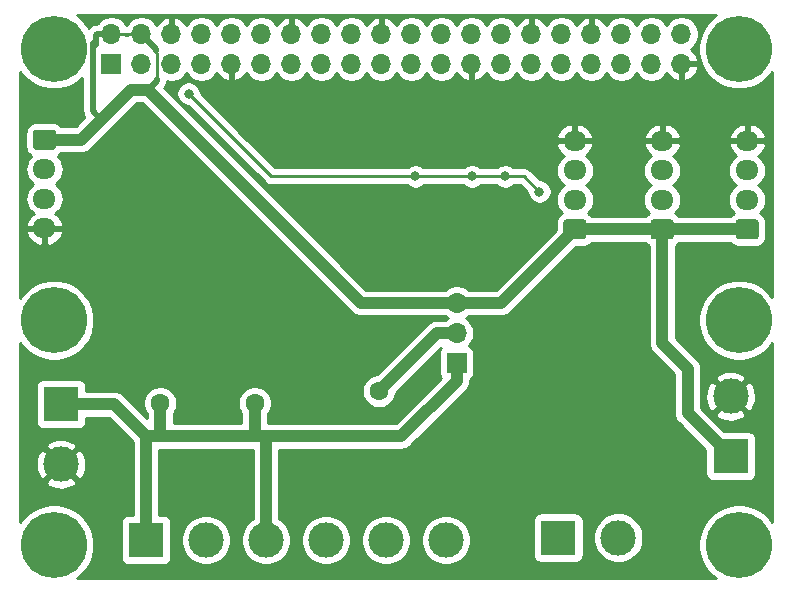
<source format=gbr>
%TF.GenerationSoftware,KiCad,Pcbnew,(5.1.10-1-10_14)*%
%TF.CreationDate,2021-09-17T20:59:11-04:00*%
%TF.ProjectId,KilnHat,4b696c6e-4861-4742-9e6b-696361645f70,rev?*%
%TF.SameCoordinates,Original*%
%TF.FileFunction,Copper,L2,Bot*%
%TF.FilePolarity,Positive*%
%FSLAX46Y46*%
G04 Gerber Fmt 4.6, Leading zero omitted, Abs format (unit mm)*
G04 Created by KiCad (PCBNEW (5.1.10-1-10_14)) date 2021-09-17 20:59:11*
%MOMM*%
%LPD*%
G01*
G04 APERTURE LIST*
%TA.AperFunction,ComponentPad*%
%ADD10C,5.600000*%
%TD*%
%TA.AperFunction,ComponentPad*%
%ADD11O,1.700000X1.700000*%
%TD*%
%TA.AperFunction,ComponentPad*%
%ADD12R,1.700000X1.700000*%
%TD*%
%TA.AperFunction,ComponentPad*%
%ADD13O,1.950000X1.700000*%
%TD*%
%TA.AperFunction,ComponentPad*%
%ADD14C,3.000000*%
%TD*%
%TA.AperFunction,ComponentPad*%
%ADD15R,3.000000X3.000000*%
%TD*%
%TA.AperFunction,ViaPad*%
%ADD16C,0.800000*%
%TD*%
%TA.AperFunction,ViaPad*%
%ADD17C,1.600000*%
%TD*%
%TA.AperFunction,Conductor*%
%ADD18C,0.250000*%
%TD*%
%TA.AperFunction,Conductor*%
%ADD19C,1.000000*%
%TD*%
%TA.AperFunction,Conductor*%
%ADD20C,0.500000*%
%TD*%
%TA.AperFunction,Conductor*%
%ADD21C,0.254000*%
%TD*%
%TA.AperFunction,Conductor*%
%ADD22C,0.100000*%
%TD*%
G04 APERTURE END LIST*
D10*
%TO.P,REF\u002A\u002A,1*%
%TO.N,N/C*%
X138500000Y-136500000D03*
%TD*%
%TO.P,REF\u002A\u002A,1*%
%TO.N,N/C*%
X138500000Y-117500000D03*
%TD*%
%TO.P,REF\u002A\u002A,1*%
%TO.N,N/C*%
X138500000Y-94500000D03*
%TD*%
%TO.P,REF\u002A\u002A,1*%
%TO.N,N/C*%
X196500000Y-136500000D03*
%TD*%
%TO.P,REF\u002A\u002A,1*%
%TO.N,N/C*%
X196500000Y-117500000D03*
%TD*%
%TO.P,REF\u002A\u002A,1*%
%TO.N,N/C*%
X196500000Y-94500000D03*
%TD*%
D11*
%TO.P,J2,40*%
%TO.N,D1_DAT*%
X191630000Y-93250000D03*
%TO.P,J2,39*%
%TO.N,GND*%
X191630000Y-95790000D03*
%TO.P,J2,38*%
%TO.N,D1_CLK*%
X189090000Y-93250000D03*
%TO.P,J2,37*%
%TO.N,D2_DAT*%
X189090000Y-95790000D03*
%TO.P,J2,36*%
%TO.N,D2_CLK*%
X186550000Y-93250000D03*
%TO.P,J2,35*%
%TO.N,DOT_CLK*%
X186550000Y-95790000D03*
%TO.P,J2,34*%
%TO.N,GND*%
X184010000Y-93250000D03*
%TO.P,J2,33*%
%TO.N,DOT_DAT*%
X184010000Y-95790000D03*
%TO.P,J2,32*%
%TO.N,Net-(J2-Pad32)*%
X181470000Y-93250000D03*
%TO.P,J2,31*%
%TO.N,Net-(J2-Pad31)*%
X181470000Y-95790000D03*
%TO.P,J2,30*%
%TO.N,GND*%
X178930000Y-93250000D03*
%TO.P,J2,29*%
%TO.N,Net-(J2-Pad29)*%
X178930000Y-95790000D03*
%TO.P,J2,28*%
%TO.N,ID_SC*%
X176390000Y-93250000D03*
%TO.P,J2,27*%
%TO.N,ID_SD*%
X176390000Y-95790000D03*
%TO.P,J2,26*%
%TO.N,Net-(J2-Pad26)*%
X173850000Y-93250000D03*
%TO.P,J2,25*%
%TO.N,GND*%
X173850000Y-95790000D03*
%TO.P,J2,24*%
%TO.N,SPI0_CS0*%
X171310000Y-93250000D03*
%TO.P,J2,23*%
%TO.N,SPI0_SCLK*%
X171310000Y-95790000D03*
%TO.P,J2,22*%
%TO.N,Net-(J2-Pad22)*%
X168770000Y-93250000D03*
%TO.P,J2,21*%
%TO.N,SPI0_MISO*%
X168770000Y-95790000D03*
%TO.P,J2,20*%
%TO.N,GND*%
X166230000Y-93250000D03*
%TO.P,J2,19*%
%TO.N,SPI0_MOSI*%
X166230000Y-95790000D03*
%TO.P,J2,18*%
%TO.N,Net-(J2-Pad18)*%
X163690000Y-93250000D03*
%TO.P,J2,17*%
%TO.N,3V3*%
X163690000Y-95790000D03*
%TO.P,J2,16*%
%TO.N,Net-(J2-Pad16)*%
X161150000Y-93250000D03*
%TO.P,J2,15*%
%TO.N,pwm2*%
X161150000Y-95790000D03*
%TO.P,J2,14*%
%TO.N,GND*%
X158610000Y-93250000D03*
%TO.P,J2,13*%
%TO.N,pwm1*%
X158610000Y-95790000D03*
%TO.P,J2,12*%
%TO.N,Net-(J2-Pad12)*%
X156070000Y-93250000D03*
%TO.P,J2,11*%
%TO.N,pwm0*%
X156070000Y-95790000D03*
%TO.P,J2,10*%
%TO.N,Net-(J2-Pad10)*%
X153530000Y-93250000D03*
%TO.P,J2,9*%
%TO.N,GND*%
X153530000Y-95790000D03*
%TO.P,J2,8*%
%TO.N,Net-(J2-Pad8)*%
X150990000Y-93250000D03*
%TO.P,J2,7*%
%TO.N,Net-(J2-Pad7)*%
X150990000Y-95790000D03*
%TO.P,J2,6*%
%TO.N,GND*%
X148450000Y-93250000D03*
%TO.P,J2,5*%
%TO.N,SCL1_I2C*%
X148450000Y-95790000D03*
%TO.P,J2,4*%
%TO.N,5V*%
X145910000Y-93250000D03*
%TO.P,J2,3*%
%TO.N,SDA1_I2C*%
X145910000Y-95790000D03*
%TO.P,J2,2*%
%TO.N,5V*%
X143370000Y-93250000D03*
D12*
%TO.P,J2,1*%
%TO.N,3V3*%
X143370000Y-95790000D03*
%TD*%
D13*
%TO.P,J7,4*%
%TO.N,GND*%
X190000000Y-102300000D03*
%TO.P,J7,3*%
%TO.N,D2_DAT*%
X190000000Y-104800000D03*
%TO.P,J7,2*%
%TO.N,D2_CLK*%
X190000000Y-107300000D03*
%TO.P,J7,1*%
%TO.N,5V*%
%TA.AperFunction,ComponentPad*%
G36*
G01*
X190725000Y-110650000D02*
X189275000Y-110650000D01*
G75*
G02*
X189025000Y-110400000I0J250000D01*
G01*
X189025000Y-109200000D01*
G75*
G02*
X189275000Y-108950000I250000J0D01*
G01*
X190725000Y-108950000D01*
G75*
G02*
X190975000Y-109200000I0J-250000D01*
G01*
X190975000Y-110400000D01*
G75*
G02*
X190725000Y-110650000I-250000J0D01*
G01*
G37*
%TD.AperFunction*%
%TD*%
D14*
%TO.P,J3,6*%
%TO.N,mosfet2*%
X171700000Y-136100000D03*
%TO.P,J3,5*%
%TO.N,Vfan*%
X166620000Y-136100000D03*
%TO.P,J3,4*%
%TO.N,mosfet1*%
X161540000Y-136100000D03*
D15*
%TO.P,J3,1*%
%TO.N,+12V*%
X146300000Y-136100000D03*
D14*
%TO.P,J3,3*%
X156460000Y-136100000D03*
%TO.P,J3,2*%
%TO.N,mosfet0*%
X151380000Y-136100000D03*
%TD*%
D11*
%TO.P,JP1,3*%
%TO.N,5V*%
X172600000Y-116020000D03*
%TO.P,JP1,2*%
%TO.N,Vfan*%
X172600000Y-118560000D03*
D12*
%TO.P,JP1,1*%
%TO.N,+12V*%
X172600000Y-121100000D03*
%TD*%
D13*
%TO.P,J9,4*%
%TO.N,GND*%
X137700000Y-109700000D03*
%TO.P,J9,3*%
%TO.N,SCL1_I2C*%
X137700000Y-107200000D03*
%TO.P,J9,2*%
%TO.N,SDA1_I2C*%
X137700000Y-104700000D03*
%TO.P,J9,1*%
%TO.N,5V*%
%TA.AperFunction,ComponentPad*%
G36*
G01*
X136975000Y-101350000D02*
X138425000Y-101350000D01*
G75*
G02*
X138675000Y-101600000I0J-250000D01*
G01*
X138675000Y-102800000D01*
G75*
G02*
X138425000Y-103050000I-250000J0D01*
G01*
X136975000Y-103050000D01*
G75*
G02*
X136725000Y-102800000I0J250000D01*
G01*
X136725000Y-101600000D01*
G75*
G02*
X136975000Y-101350000I250000J0D01*
G01*
G37*
%TD.AperFunction*%
%TD*%
%TO.P,J8,4*%
%TO.N,GND*%
X182600000Y-102300000D03*
%TO.P,J8,3*%
%TO.N,DOT_DAT*%
X182600000Y-104800000D03*
%TO.P,J8,2*%
%TO.N,DOT_CLK*%
X182600000Y-107300000D03*
%TO.P,J8,1*%
%TO.N,5V*%
%TA.AperFunction,ComponentPad*%
G36*
G01*
X183325000Y-110650000D02*
X181875000Y-110650000D01*
G75*
G02*
X181625000Y-110400000I0J250000D01*
G01*
X181625000Y-109200000D01*
G75*
G02*
X181875000Y-108950000I250000J0D01*
G01*
X183325000Y-108950000D01*
G75*
G02*
X183575000Y-109200000I0J-250000D01*
G01*
X183575000Y-110400000D01*
G75*
G02*
X183325000Y-110650000I-250000J0D01*
G01*
G37*
%TD.AperFunction*%
%TD*%
%TO.P,J6,4*%
%TO.N,GND*%
X197200000Y-102300000D03*
%TO.P,J6,3*%
%TO.N,D1_DAT*%
X197200000Y-104800000D03*
%TO.P,J6,2*%
%TO.N,D1_CLK*%
X197200000Y-107300000D03*
%TO.P,J6,1*%
%TO.N,5V*%
%TA.AperFunction,ComponentPad*%
G36*
G01*
X197925000Y-110650000D02*
X196475000Y-110650000D01*
G75*
G02*
X196225000Y-110400000I0J250000D01*
G01*
X196225000Y-109200000D01*
G75*
G02*
X196475000Y-108950000I250000J0D01*
G01*
X197925000Y-108950000D01*
G75*
G02*
X198175000Y-109200000I0J-250000D01*
G01*
X198175000Y-110400000D01*
G75*
G02*
X197925000Y-110650000I-250000J0D01*
G01*
G37*
%TD.AperFunction*%
%TD*%
D14*
%TO.P,J5,2*%
%TO.N,GND*%
X195800000Y-123920000D03*
D15*
%TO.P,J5,1*%
%TO.N,5V*%
X195800000Y-129000000D03*
%TD*%
D14*
%TO.P,J4,2*%
%TO.N,GND*%
X139100000Y-129680000D03*
D15*
%TO.P,J4,1*%
%TO.N,+12V*%
X139100000Y-124600000D03*
%TD*%
D14*
%TO.P,J1,2*%
%TO.N,Net-(J1-Pad2)*%
X186280000Y-135900000D03*
D15*
%TO.P,J1,1*%
%TO.N,Net-(J1-Pad1)*%
X181200000Y-135900000D03*
%TD*%
D16*
%TO.N,GND*%
X181500000Y-124500000D03*
X181500000Y-121000000D03*
X189000000Y-120500000D03*
X185900000Y-120400000D03*
%TO.N,3V3*%
X169100000Y-105300000D03*
X173900000Y-105300000D03*
X176700000Y-105300000D03*
X179600000Y-106600000D03*
X149900000Y-98300000D03*
D17*
%TO.N,+12V*%
X147500000Y-124500000D03*
X155500000Y-124500000D03*
%TO.N,Vfan*%
X166000000Y-123500000D03*
%TD*%
D18*
%TO.N,GND*%
X197200000Y-102300000D02*
X190000000Y-102300000D01*
X181500000Y-124500000D02*
X181500000Y-121000000D01*
X189000000Y-120500000D02*
X186000000Y-120500000D01*
X186000000Y-120500000D02*
X185900000Y-120400000D01*
X182100000Y-120400000D02*
X181500000Y-121000000D01*
X185900000Y-120400000D02*
X182100000Y-120400000D01*
X190000000Y-102300000D02*
X182600000Y-102300000D01*
%TO.N,3V3*%
X169100000Y-105300000D02*
X173900000Y-105300000D01*
X173900000Y-105300000D02*
X176700000Y-105300000D01*
X178300000Y-105300000D02*
X179600000Y-106600000D01*
X176700000Y-105300000D02*
X178300000Y-105300000D01*
X156900000Y-105300000D02*
X169100000Y-105300000D01*
X149900000Y-98300000D02*
X156900000Y-105300000D01*
%TO.N,+12V*%
X143300000Y-124600000D02*
X139100000Y-124600000D01*
X146300000Y-127600000D02*
X143300000Y-124600000D01*
X156460000Y-136100000D02*
X156460000Y-131360000D01*
X152400000Y-127300000D02*
X146300000Y-127300000D01*
X146300000Y-127600000D02*
X146300000Y-127300000D01*
X143400000Y-124600000D02*
X139100000Y-124600000D01*
D19*
X143600000Y-124600000D02*
X146300000Y-127300000D01*
X139100000Y-124600000D02*
X143600000Y-124600000D01*
X167900000Y-127300000D02*
X172600000Y-122600000D01*
D18*
X172600000Y-122600000D02*
X172600000Y-122800000D01*
D19*
X172600000Y-121100000D02*
X172600000Y-122400000D01*
D18*
X172600000Y-122400000D02*
X172600000Y-122600000D01*
D19*
X146300000Y-127300000D02*
X146300000Y-136100000D01*
X156460000Y-127540000D02*
X156700000Y-127300000D01*
X156460000Y-136100000D02*
X156460000Y-127540000D01*
X156700000Y-127300000D02*
X167900000Y-127300000D01*
X147500000Y-127000000D02*
X147800000Y-127300000D01*
X147500000Y-124500000D02*
X147500000Y-127000000D01*
X146300000Y-127300000D02*
X147800000Y-127300000D01*
X155500000Y-124500000D02*
X155500000Y-127000000D01*
X155200000Y-127300000D02*
X156700000Y-127300000D01*
X155500000Y-127000000D02*
X155200000Y-127300000D01*
X147800000Y-127300000D02*
X155200000Y-127300000D01*
%TO.N,Vfan*%
X170940000Y-118560000D02*
X166200000Y-123300000D01*
X172600000Y-118560000D02*
X170940000Y-118560000D01*
X166200000Y-123300000D02*
X166000000Y-123500000D01*
D18*
%TO.N,5V*%
X147200000Y-94900000D02*
X147200000Y-97100000D01*
D20*
X141769999Y-97240001D02*
X141769999Y-94018001D01*
X141800000Y-97270002D02*
X141769999Y-97240001D01*
D18*
X189600000Y-109800000D02*
X189800000Y-109600000D01*
X196900000Y-109600000D02*
X197000000Y-109500000D01*
X144600000Y-93300000D02*
X144550000Y-93250000D01*
X144550000Y-93250000D02*
X144350000Y-93250000D01*
X144350000Y-93250000D02*
X143370000Y-93250000D01*
X144734999Y-93334999D02*
X144650000Y-93250000D01*
X144650000Y-93250000D02*
X145910000Y-93250000D01*
X144350000Y-93250000D02*
X144650000Y-93250000D01*
D20*
X140500000Y-102200000D02*
X144734999Y-97965001D01*
X176380000Y-116020000D02*
X176450000Y-115950000D01*
D18*
X176450000Y-115950000D02*
X182600000Y-109800000D01*
D19*
X137700000Y-102200000D02*
X140500000Y-102200000D01*
X140500000Y-102200000D02*
X140800000Y-102200000D01*
D20*
X144734999Y-97965001D02*
X145034999Y-97965001D01*
D19*
X146425001Y-97965001D02*
X164480000Y-116020000D01*
X145034999Y-97965001D02*
X146425001Y-97965001D01*
X164480000Y-116020000D02*
X172600000Y-116020000D01*
X172600000Y-116020000D02*
X176380000Y-116020000D01*
X176380000Y-116020000D02*
X182600000Y-109800000D01*
X182600000Y-109800000D02*
X190000000Y-109800000D01*
X190000000Y-109800000D02*
X197200000Y-109800000D01*
X190000000Y-119427998D02*
X192150000Y-121577998D01*
X190000000Y-109800000D02*
X190000000Y-119427998D01*
X192150000Y-121577998D02*
X192150000Y-125350000D01*
X195800000Y-129000000D02*
X192150000Y-125350000D01*
D20*
X143370000Y-93250000D02*
X142770009Y-93250000D01*
D19*
X140800000Y-102200000D02*
X142500000Y-100500000D01*
X142500000Y-100500000D02*
X145034999Y-97965001D01*
D20*
X142050001Y-93367918D02*
X142050001Y-94189999D01*
X142167919Y-93250000D02*
X142050001Y-93367918D01*
X143370000Y-93250000D02*
X142167919Y-93250000D01*
X141800000Y-99800000D02*
X142500000Y-100500000D01*
X141800000Y-97270002D02*
X141800000Y-99800000D01*
X147180000Y-94520000D02*
X147180000Y-94691998D01*
X145910000Y-93250000D02*
X147180000Y-94520000D01*
X147200000Y-97190002D02*
X146425001Y-97965001D01*
X147200000Y-97100000D02*
X147200000Y-97190002D01*
%TD*%
D21*
%TO.N,GND*%
X194310315Y-91831862D02*
X193831862Y-92310315D01*
X193455943Y-92872918D01*
X193197006Y-93498048D01*
X193065000Y-94161682D01*
X193065000Y-94838318D01*
X193197006Y-95501952D01*
X193455943Y-96127082D01*
X193831862Y-96689685D01*
X194310315Y-97168138D01*
X194872918Y-97544057D01*
X195498048Y-97802994D01*
X196161682Y-97935000D01*
X196838318Y-97935000D01*
X197501952Y-97802994D01*
X198127082Y-97544057D01*
X198689685Y-97168138D01*
X199168138Y-96689685D01*
X199338743Y-96434357D01*
X199326315Y-115547045D01*
X199168138Y-115310315D01*
X198689685Y-114831862D01*
X198127082Y-114455943D01*
X197501952Y-114197006D01*
X196838318Y-114065000D01*
X196161682Y-114065000D01*
X195498048Y-114197006D01*
X194872918Y-114455943D01*
X194310315Y-114831862D01*
X193831862Y-115310315D01*
X193455943Y-115872918D01*
X193197006Y-116498048D01*
X193065000Y-117161682D01*
X193065000Y-117838318D01*
X193197006Y-118501952D01*
X193455943Y-119127082D01*
X193831862Y-119689685D01*
X194310315Y-120168138D01*
X194872918Y-120544057D01*
X195498048Y-120802994D01*
X196161682Y-120935000D01*
X196838318Y-120935000D01*
X197501952Y-120802994D01*
X198127082Y-120544057D01*
X198689685Y-120168138D01*
X199168138Y-119689685D01*
X199323773Y-119456760D01*
X199313973Y-134528573D01*
X199168138Y-134310315D01*
X198689685Y-133831862D01*
X198127082Y-133455943D01*
X197501952Y-133197006D01*
X196838318Y-133065000D01*
X196161682Y-133065000D01*
X195498048Y-133197006D01*
X194872918Y-133455943D01*
X194310315Y-133831862D01*
X193831862Y-134310315D01*
X193455943Y-134872918D01*
X193197006Y-135498048D01*
X193065000Y-136161682D01*
X193065000Y-136838318D01*
X193197006Y-137501952D01*
X193455943Y-138127082D01*
X193831862Y-138689685D01*
X194310315Y-139168138D01*
X194567525Y-139340000D01*
X140432475Y-139340000D01*
X140689685Y-139168138D01*
X141168138Y-138689685D01*
X141544057Y-138127082D01*
X141802994Y-137501952D01*
X141935000Y-136838318D01*
X141935000Y-136161682D01*
X141802994Y-135498048D01*
X141544057Y-134872918D01*
X141168138Y-134310315D01*
X140689685Y-133831862D01*
X140127082Y-133455943D01*
X139501952Y-133197006D01*
X138838318Y-133065000D01*
X138161682Y-133065000D01*
X137498048Y-133197006D01*
X136872918Y-133455943D01*
X136310315Y-133831862D01*
X135831862Y-134310315D01*
X135660000Y-134567525D01*
X135660000Y-131171653D01*
X137787952Y-131171653D01*
X137943962Y-131487214D01*
X138318745Y-131678020D01*
X138723551Y-131792044D01*
X139142824Y-131824902D01*
X139560451Y-131775334D01*
X139960383Y-131645243D01*
X140256038Y-131487214D01*
X140412048Y-131171653D01*
X139100000Y-129859605D01*
X137787952Y-131171653D01*
X135660000Y-131171653D01*
X135660000Y-129722824D01*
X136955098Y-129722824D01*
X137004666Y-130140451D01*
X137134757Y-130540383D01*
X137292786Y-130836038D01*
X137608347Y-130992048D01*
X138920395Y-129680000D01*
X139279605Y-129680000D01*
X140591653Y-130992048D01*
X140907214Y-130836038D01*
X141098020Y-130461255D01*
X141212044Y-130056449D01*
X141244902Y-129637176D01*
X141195334Y-129219549D01*
X141065243Y-128819617D01*
X140907214Y-128523962D01*
X140591653Y-128367952D01*
X139279605Y-129680000D01*
X138920395Y-129680000D01*
X137608347Y-128367952D01*
X137292786Y-128523962D01*
X137101980Y-128898745D01*
X136987956Y-129303551D01*
X136955098Y-129722824D01*
X135660000Y-129722824D01*
X135660000Y-128188347D01*
X137787952Y-128188347D01*
X139100000Y-129500395D01*
X140412048Y-128188347D01*
X140256038Y-127872786D01*
X139881255Y-127681980D01*
X139476449Y-127567956D01*
X139057176Y-127535098D01*
X138639549Y-127584666D01*
X138239617Y-127714757D01*
X137943962Y-127872786D01*
X137787952Y-128188347D01*
X135660000Y-128188347D01*
X135660000Y-119432475D01*
X135831862Y-119689685D01*
X136310315Y-120168138D01*
X136872918Y-120544057D01*
X137498048Y-120802994D01*
X138161682Y-120935000D01*
X138838318Y-120935000D01*
X139501952Y-120802994D01*
X140127082Y-120544057D01*
X140689685Y-120168138D01*
X141168138Y-119689685D01*
X141544057Y-119127082D01*
X141802994Y-118501952D01*
X141935000Y-117838318D01*
X141935000Y-117161682D01*
X141802994Y-116498048D01*
X141544057Y-115872918D01*
X141168138Y-115310315D01*
X140689685Y-114831862D01*
X140127082Y-114455943D01*
X139501952Y-114197006D01*
X138838318Y-114065000D01*
X138161682Y-114065000D01*
X137498048Y-114197006D01*
X136872918Y-114455943D01*
X136310315Y-114831862D01*
X135831862Y-115310315D01*
X135660000Y-115567525D01*
X135660000Y-110056890D01*
X136133524Y-110056890D01*
X136225648Y-110319858D01*
X136372504Y-110571193D01*
X136565571Y-110789049D01*
X136797430Y-110965053D01*
X137059170Y-111092442D01*
X137340733Y-111166320D01*
X137573000Y-111026165D01*
X137573000Y-109827000D01*
X137827000Y-109827000D01*
X137827000Y-111026165D01*
X138059267Y-111166320D01*
X138340830Y-111092442D01*
X138602570Y-110965053D01*
X138834429Y-110789049D01*
X139027496Y-110571193D01*
X139174352Y-110319858D01*
X139266476Y-110056890D01*
X139145155Y-109827000D01*
X137827000Y-109827000D01*
X137573000Y-109827000D01*
X136254845Y-109827000D01*
X136133524Y-110056890D01*
X135660000Y-110056890D01*
X135660000Y-96432475D01*
X135831862Y-96689685D01*
X136310315Y-97168138D01*
X136872918Y-97544057D01*
X137498048Y-97802994D01*
X138161682Y-97935000D01*
X138838318Y-97935000D01*
X139501952Y-97802994D01*
X140127082Y-97544057D01*
X140689685Y-97168138D01*
X140884999Y-96972824D01*
X140884999Y-97196532D01*
X140880718Y-97240001D01*
X140884999Y-97283470D01*
X140884999Y-97283477D01*
X140897804Y-97413490D01*
X140915000Y-97470177D01*
X140915001Y-99756521D01*
X140910719Y-99800000D01*
X140927805Y-99973490D01*
X140978412Y-100140313D01*
X141060590Y-100294059D01*
X141078719Y-100316149D01*
X140329869Y-101065000D01*
X139129253Y-101065000D01*
X139052962Y-100972038D01*
X138918386Y-100861595D01*
X138764850Y-100779528D01*
X138598254Y-100728992D01*
X138425000Y-100711928D01*
X136975000Y-100711928D01*
X136801746Y-100728992D01*
X136635150Y-100779528D01*
X136481614Y-100861595D01*
X136347038Y-100972038D01*
X136236595Y-101106614D01*
X136154528Y-101260150D01*
X136103992Y-101426746D01*
X136086928Y-101600000D01*
X136086928Y-102800000D01*
X136103992Y-102973254D01*
X136154528Y-103139850D01*
X136236595Y-103293386D01*
X136347038Y-103427962D01*
X136481614Y-103538405D01*
X136583337Y-103592777D01*
X136519866Y-103644866D01*
X136334294Y-103870986D01*
X136196401Y-104128966D01*
X136111487Y-104408889D01*
X136082815Y-104700000D01*
X136111487Y-104991111D01*
X136196401Y-105271034D01*
X136334294Y-105529014D01*
X136519866Y-105755134D01*
X136745986Y-105940706D01*
X136763374Y-105950000D01*
X136745986Y-105959294D01*
X136519866Y-106144866D01*
X136334294Y-106370986D01*
X136196401Y-106628966D01*
X136111487Y-106908889D01*
X136082815Y-107200000D01*
X136111487Y-107491111D01*
X136196401Y-107771034D01*
X136334294Y-108029014D01*
X136519866Y-108255134D01*
X136745986Y-108440706D01*
X136771722Y-108454462D01*
X136565571Y-108610951D01*
X136372504Y-108828807D01*
X136225648Y-109080142D01*
X136133524Y-109343110D01*
X136254845Y-109573000D01*
X137573000Y-109573000D01*
X137573000Y-109553000D01*
X137827000Y-109553000D01*
X137827000Y-109573000D01*
X139145155Y-109573000D01*
X139266476Y-109343110D01*
X139174352Y-109080142D01*
X139027496Y-108828807D01*
X138834429Y-108610951D01*
X138628278Y-108454462D01*
X138654014Y-108440706D01*
X138880134Y-108255134D01*
X139065706Y-108029014D01*
X139203599Y-107771034D01*
X139288513Y-107491111D01*
X139317185Y-107200000D01*
X139288513Y-106908889D01*
X139203599Y-106628966D01*
X139065706Y-106370986D01*
X138880134Y-106144866D01*
X138654014Y-105959294D01*
X138636626Y-105950000D01*
X138654014Y-105940706D01*
X138880134Y-105755134D01*
X139065706Y-105529014D01*
X139203599Y-105271034D01*
X139288513Y-104991111D01*
X139317185Y-104700000D01*
X139288513Y-104408889D01*
X139203599Y-104128966D01*
X139065706Y-103870986D01*
X138880134Y-103644866D01*
X138816663Y-103592777D01*
X138918386Y-103538405D01*
X139052962Y-103427962D01*
X139129253Y-103335000D01*
X140744249Y-103335000D01*
X140800000Y-103340491D01*
X140855751Y-103335000D01*
X140855752Y-103335000D01*
X141022499Y-103318577D01*
X141236447Y-103253676D01*
X141433623Y-103148284D01*
X141606449Y-103006449D01*
X141641996Y-102963135D01*
X143341988Y-101263144D01*
X143341992Y-101263139D01*
X145505131Y-99100001D01*
X145954870Y-99100001D01*
X163638009Y-116783141D01*
X163673551Y-116826449D01*
X163846377Y-116968284D01*
X164043553Y-117073676D01*
X164257501Y-117138577D01*
X164424248Y-117155000D01*
X164424257Y-117155000D01*
X164479999Y-117160490D01*
X164535741Y-117155000D01*
X171634893Y-117155000D01*
X171653368Y-117173475D01*
X171827760Y-117290000D01*
X171653368Y-117406525D01*
X171634893Y-117425000D01*
X170995741Y-117425000D01*
X170939999Y-117419510D01*
X170884257Y-117425000D01*
X170884248Y-117425000D01*
X170717501Y-117441423D01*
X170503553Y-117506324D01*
X170306377Y-117611716D01*
X170133551Y-117753551D01*
X170098009Y-117796859D01*
X165822719Y-122072150D01*
X165581426Y-122120147D01*
X165320273Y-122228320D01*
X165085241Y-122385363D01*
X164885363Y-122585241D01*
X164728320Y-122820273D01*
X164620147Y-123081426D01*
X164565000Y-123358665D01*
X164565000Y-123641335D01*
X164620147Y-123918574D01*
X164728320Y-124179727D01*
X164885363Y-124414759D01*
X165085241Y-124614637D01*
X165320273Y-124771680D01*
X165581426Y-124879853D01*
X165858665Y-124935000D01*
X166141335Y-124935000D01*
X166418574Y-124879853D01*
X166679727Y-124771680D01*
X166914759Y-124614637D01*
X167114637Y-124414759D01*
X167271680Y-124179727D01*
X167379853Y-123918574D01*
X167427850Y-123677281D01*
X171264483Y-119840649D01*
X171219463Y-119895506D01*
X171160498Y-120005820D01*
X171124188Y-120125518D01*
X171111928Y-120250000D01*
X171111928Y-121950000D01*
X171124188Y-122074482D01*
X171160498Y-122194180D01*
X171219463Y-122304494D01*
X171251426Y-122343442D01*
X167429869Y-126165000D01*
X156755741Y-126165000D01*
X156699999Y-126159510D01*
X156644257Y-126165000D01*
X156635000Y-126165000D01*
X156635000Y-125384284D01*
X156771680Y-125179727D01*
X156879853Y-124918574D01*
X156935000Y-124641335D01*
X156935000Y-124358665D01*
X156879853Y-124081426D01*
X156771680Y-123820273D01*
X156614637Y-123585241D01*
X156414759Y-123385363D01*
X156179727Y-123228320D01*
X155918574Y-123120147D01*
X155641335Y-123065000D01*
X155358665Y-123065000D01*
X155081426Y-123120147D01*
X154820273Y-123228320D01*
X154585241Y-123385363D01*
X154385363Y-123585241D01*
X154228320Y-123820273D01*
X154120147Y-124081426D01*
X154065000Y-124358665D01*
X154065000Y-124641335D01*
X154120147Y-124918574D01*
X154228320Y-125179727D01*
X154365000Y-125384284D01*
X154365001Y-126165000D01*
X148635000Y-126165000D01*
X148635000Y-125384284D01*
X148771680Y-125179727D01*
X148879853Y-124918574D01*
X148935000Y-124641335D01*
X148935000Y-124358665D01*
X148879853Y-124081426D01*
X148771680Y-123820273D01*
X148614637Y-123585241D01*
X148414759Y-123385363D01*
X148179727Y-123228320D01*
X147918574Y-123120147D01*
X147641335Y-123065000D01*
X147358665Y-123065000D01*
X147081426Y-123120147D01*
X146820273Y-123228320D01*
X146585241Y-123385363D01*
X146385363Y-123585241D01*
X146228320Y-123820273D01*
X146120147Y-124081426D01*
X146065000Y-124358665D01*
X146065000Y-124641335D01*
X146120147Y-124918574D01*
X146228320Y-125179727D01*
X146365000Y-125384284D01*
X146365001Y-125759868D01*
X144441996Y-123836865D01*
X144406449Y-123793551D01*
X144233623Y-123651716D01*
X144036447Y-123546324D01*
X143822499Y-123481423D01*
X143655752Y-123465000D01*
X143655751Y-123465000D01*
X143600000Y-123459509D01*
X143544249Y-123465000D01*
X141238072Y-123465000D01*
X141238072Y-123100000D01*
X141225812Y-122975518D01*
X141189502Y-122855820D01*
X141130537Y-122745506D01*
X141051185Y-122648815D01*
X140954494Y-122569463D01*
X140844180Y-122510498D01*
X140724482Y-122474188D01*
X140600000Y-122461928D01*
X137600000Y-122461928D01*
X137475518Y-122474188D01*
X137355820Y-122510498D01*
X137245506Y-122569463D01*
X137148815Y-122648815D01*
X137069463Y-122745506D01*
X137010498Y-122855820D01*
X136974188Y-122975518D01*
X136961928Y-123100000D01*
X136961928Y-126100000D01*
X136974188Y-126224482D01*
X137010498Y-126344180D01*
X137069463Y-126454494D01*
X137148815Y-126551185D01*
X137245506Y-126630537D01*
X137355820Y-126689502D01*
X137475518Y-126725812D01*
X137600000Y-126738072D01*
X140600000Y-126738072D01*
X140724482Y-126725812D01*
X140844180Y-126689502D01*
X140954494Y-126630537D01*
X141051185Y-126551185D01*
X141130537Y-126454494D01*
X141189502Y-126344180D01*
X141225812Y-126224482D01*
X141238072Y-126100000D01*
X141238072Y-125735000D01*
X143129869Y-125735000D01*
X145165000Y-127770133D01*
X145165001Y-133961928D01*
X144800000Y-133961928D01*
X144675518Y-133974188D01*
X144555820Y-134010498D01*
X144445506Y-134069463D01*
X144348815Y-134148815D01*
X144269463Y-134245506D01*
X144210498Y-134355820D01*
X144174188Y-134475518D01*
X144161928Y-134600000D01*
X144161928Y-137600000D01*
X144174188Y-137724482D01*
X144210498Y-137844180D01*
X144269463Y-137954494D01*
X144348815Y-138051185D01*
X144445506Y-138130537D01*
X144555820Y-138189502D01*
X144675518Y-138225812D01*
X144800000Y-138238072D01*
X147800000Y-138238072D01*
X147924482Y-138225812D01*
X148044180Y-138189502D01*
X148154494Y-138130537D01*
X148251185Y-138051185D01*
X148330537Y-137954494D01*
X148389502Y-137844180D01*
X148425812Y-137724482D01*
X148438072Y-137600000D01*
X148438072Y-135889721D01*
X149245000Y-135889721D01*
X149245000Y-136310279D01*
X149327047Y-136722756D01*
X149487988Y-137111302D01*
X149721637Y-137460983D01*
X150019017Y-137758363D01*
X150368698Y-137992012D01*
X150757244Y-138152953D01*
X151169721Y-138235000D01*
X151590279Y-138235000D01*
X152002756Y-138152953D01*
X152391302Y-137992012D01*
X152740983Y-137758363D01*
X153038363Y-137460983D01*
X153272012Y-137111302D01*
X153432953Y-136722756D01*
X153515000Y-136310279D01*
X153515000Y-135889721D01*
X153432953Y-135477244D01*
X153272012Y-135088698D01*
X153038363Y-134739017D01*
X152740983Y-134441637D01*
X152391302Y-134207988D01*
X152002756Y-134047047D01*
X151590279Y-133965000D01*
X151169721Y-133965000D01*
X150757244Y-134047047D01*
X150368698Y-134207988D01*
X150019017Y-134441637D01*
X149721637Y-134739017D01*
X149487988Y-135088698D01*
X149327047Y-135477244D01*
X149245000Y-135889721D01*
X148438072Y-135889721D01*
X148438072Y-134600000D01*
X148425812Y-134475518D01*
X148389502Y-134355820D01*
X148330537Y-134245506D01*
X148251185Y-134148815D01*
X148154494Y-134069463D01*
X148044180Y-134010498D01*
X147924482Y-133974188D01*
X147800000Y-133961928D01*
X147435000Y-133961928D01*
X147435000Y-128435000D01*
X147744248Y-128435000D01*
X147799999Y-128440491D01*
X147855751Y-128435000D01*
X155144249Y-128435000D01*
X155200000Y-128440491D01*
X155255751Y-128435000D01*
X155325001Y-128435000D01*
X155325000Y-134290640D01*
X155099017Y-134441637D01*
X154801637Y-134739017D01*
X154567988Y-135088698D01*
X154407047Y-135477244D01*
X154325000Y-135889721D01*
X154325000Y-136310279D01*
X154407047Y-136722756D01*
X154567988Y-137111302D01*
X154801637Y-137460983D01*
X155099017Y-137758363D01*
X155448698Y-137992012D01*
X155837244Y-138152953D01*
X156249721Y-138235000D01*
X156670279Y-138235000D01*
X157082756Y-138152953D01*
X157471302Y-137992012D01*
X157820983Y-137758363D01*
X158118363Y-137460983D01*
X158352012Y-137111302D01*
X158512953Y-136722756D01*
X158595000Y-136310279D01*
X158595000Y-135889721D01*
X159405000Y-135889721D01*
X159405000Y-136310279D01*
X159487047Y-136722756D01*
X159647988Y-137111302D01*
X159881637Y-137460983D01*
X160179017Y-137758363D01*
X160528698Y-137992012D01*
X160917244Y-138152953D01*
X161329721Y-138235000D01*
X161750279Y-138235000D01*
X162162756Y-138152953D01*
X162551302Y-137992012D01*
X162900983Y-137758363D01*
X163198363Y-137460983D01*
X163432012Y-137111302D01*
X163592953Y-136722756D01*
X163675000Y-136310279D01*
X163675000Y-135889721D01*
X164485000Y-135889721D01*
X164485000Y-136310279D01*
X164567047Y-136722756D01*
X164727988Y-137111302D01*
X164961637Y-137460983D01*
X165259017Y-137758363D01*
X165608698Y-137992012D01*
X165997244Y-138152953D01*
X166409721Y-138235000D01*
X166830279Y-138235000D01*
X167242756Y-138152953D01*
X167631302Y-137992012D01*
X167980983Y-137758363D01*
X168278363Y-137460983D01*
X168512012Y-137111302D01*
X168672953Y-136722756D01*
X168755000Y-136310279D01*
X168755000Y-135889721D01*
X169565000Y-135889721D01*
X169565000Y-136310279D01*
X169647047Y-136722756D01*
X169807988Y-137111302D01*
X170041637Y-137460983D01*
X170339017Y-137758363D01*
X170688698Y-137992012D01*
X171077244Y-138152953D01*
X171489721Y-138235000D01*
X171910279Y-138235000D01*
X172322756Y-138152953D01*
X172711302Y-137992012D01*
X173060983Y-137758363D01*
X173358363Y-137460983D01*
X173592012Y-137111302D01*
X173752953Y-136722756D01*
X173835000Y-136310279D01*
X173835000Y-135889721D01*
X173752953Y-135477244D01*
X173592012Y-135088698D01*
X173358363Y-134739017D01*
X173060983Y-134441637D01*
X172998669Y-134400000D01*
X179061928Y-134400000D01*
X179061928Y-137400000D01*
X179074188Y-137524482D01*
X179110498Y-137644180D01*
X179169463Y-137754494D01*
X179248815Y-137851185D01*
X179345506Y-137930537D01*
X179455820Y-137989502D01*
X179575518Y-138025812D01*
X179700000Y-138038072D01*
X182700000Y-138038072D01*
X182824482Y-138025812D01*
X182944180Y-137989502D01*
X183054494Y-137930537D01*
X183151185Y-137851185D01*
X183230537Y-137754494D01*
X183289502Y-137644180D01*
X183325812Y-137524482D01*
X183338072Y-137400000D01*
X183338072Y-135689721D01*
X184145000Y-135689721D01*
X184145000Y-136110279D01*
X184227047Y-136522756D01*
X184387988Y-136911302D01*
X184621637Y-137260983D01*
X184919017Y-137558363D01*
X185268698Y-137792012D01*
X185657244Y-137952953D01*
X186069721Y-138035000D01*
X186490279Y-138035000D01*
X186902756Y-137952953D01*
X187291302Y-137792012D01*
X187640983Y-137558363D01*
X187938363Y-137260983D01*
X188172012Y-136911302D01*
X188332953Y-136522756D01*
X188415000Y-136110279D01*
X188415000Y-135689721D01*
X188332953Y-135277244D01*
X188172012Y-134888698D01*
X187938363Y-134539017D01*
X187640983Y-134241637D01*
X187291302Y-134007988D01*
X186902756Y-133847047D01*
X186490279Y-133765000D01*
X186069721Y-133765000D01*
X185657244Y-133847047D01*
X185268698Y-134007988D01*
X184919017Y-134241637D01*
X184621637Y-134539017D01*
X184387988Y-134888698D01*
X184227047Y-135277244D01*
X184145000Y-135689721D01*
X183338072Y-135689721D01*
X183338072Y-134400000D01*
X183325812Y-134275518D01*
X183289502Y-134155820D01*
X183230537Y-134045506D01*
X183151185Y-133948815D01*
X183054494Y-133869463D01*
X182944180Y-133810498D01*
X182824482Y-133774188D01*
X182700000Y-133761928D01*
X179700000Y-133761928D01*
X179575518Y-133774188D01*
X179455820Y-133810498D01*
X179345506Y-133869463D01*
X179248815Y-133948815D01*
X179169463Y-134045506D01*
X179110498Y-134155820D01*
X179074188Y-134275518D01*
X179061928Y-134400000D01*
X172998669Y-134400000D01*
X172711302Y-134207988D01*
X172322756Y-134047047D01*
X171910279Y-133965000D01*
X171489721Y-133965000D01*
X171077244Y-134047047D01*
X170688698Y-134207988D01*
X170339017Y-134441637D01*
X170041637Y-134739017D01*
X169807988Y-135088698D01*
X169647047Y-135477244D01*
X169565000Y-135889721D01*
X168755000Y-135889721D01*
X168672953Y-135477244D01*
X168512012Y-135088698D01*
X168278363Y-134739017D01*
X167980983Y-134441637D01*
X167631302Y-134207988D01*
X167242756Y-134047047D01*
X166830279Y-133965000D01*
X166409721Y-133965000D01*
X165997244Y-134047047D01*
X165608698Y-134207988D01*
X165259017Y-134441637D01*
X164961637Y-134739017D01*
X164727988Y-135088698D01*
X164567047Y-135477244D01*
X164485000Y-135889721D01*
X163675000Y-135889721D01*
X163592953Y-135477244D01*
X163432012Y-135088698D01*
X163198363Y-134739017D01*
X162900983Y-134441637D01*
X162551302Y-134207988D01*
X162162756Y-134047047D01*
X161750279Y-133965000D01*
X161329721Y-133965000D01*
X160917244Y-134047047D01*
X160528698Y-134207988D01*
X160179017Y-134441637D01*
X159881637Y-134739017D01*
X159647988Y-135088698D01*
X159487047Y-135477244D01*
X159405000Y-135889721D01*
X158595000Y-135889721D01*
X158512953Y-135477244D01*
X158352012Y-135088698D01*
X158118363Y-134739017D01*
X157820983Y-134441637D01*
X157595000Y-134290640D01*
X157595000Y-128435000D01*
X167844249Y-128435000D01*
X167900000Y-128440491D01*
X167955751Y-128435000D01*
X167955752Y-128435000D01*
X168122499Y-128418577D01*
X168336447Y-128353676D01*
X168533623Y-128248284D01*
X168706449Y-128106449D01*
X168741996Y-128063135D01*
X173441988Y-123363144D01*
X173548284Y-123233623D01*
X173653676Y-123036447D01*
X173718577Y-122822499D01*
X173740491Y-122600000D01*
X173732514Y-122519012D01*
X173804494Y-122480537D01*
X173901185Y-122401185D01*
X173980537Y-122304494D01*
X174039502Y-122194180D01*
X174075812Y-122074482D01*
X174088072Y-121950000D01*
X174088072Y-120250000D01*
X174075812Y-120125518D01*
X174039502Y-120005820D01*
X173980537Y-119895506D01*
X173901185Y-119798815D01*
X173804494Y-119719463D01*
X173694180Y-119660498D01*
X173621620Y-119638487D01*
X173753475Y-119506632D01*
X173915990Y-119263411D01*
X174027932Y-118993158D01*
X174085000Y-118706260D01*
X174085000Y-118413740D01*
X174027932Y-118126842D01*
X173915990Y-117856589D01*
X173753475Y-117613368D01*
X173546632Y-117406525D01*
X173372240Y-117290000D01*
X173546632Y-117173475D01*
X173565107Y-117155000D01*
X176324249Y-117155000D01*
X176380000Y-117160491D01*
X176435751Y-117155000D01*
X176435752Y-117155000D01*
X176602499Y-117138577D01*
X176816447Y-117073676D01*
X177013623Y-116968284D01*
X177186449Y-116826449D01*
X177221996Y-116783135D01*
X182717060Y-111288072D01*
X183325000Y-111288072D01*
X183498254Y-111271008D01*
X183664850Y-111220472D01*
X183818386Y-111138405D01*
X183952962Y-111027962D01*
X184029253Y-110935000D01*
X188570747Y-110935000D01*
X188647038Y-111027962D01*
X188781614Y-111138405D01*
X188865000Y-111182976D01*
X188865001Y-119372237D01*
X188859509Y-119427998D01*
X188881423Y-119650496D01*
X188946324Y-119864444D01*
X188962927Y-119895506D01*
X189051717Y-120061621D01*
X189193552Y-120234447D01*
X189236860Y-120269989D01*
X191015000Y-122048130D01*
X191015001Y-125294239D01*
X191009509Y-125350000D01*
X191031423Y-125572498D01*
X191096324Y-125786446D01*
X191096325Y-125786447D01*
X191201717Y-125983623D01*
X191343552Y-126156449D01*
X191386860Y-126191991D01*
X193661928Y-128467060D01*
X193661928Y-130500000D01*
X193674188Y-130624482D01*
X193710498Y-130744180D01*
X193769463Y-130854494D01*
X193848815Y-130951185D01*
X193945506Y-131030537D01*
X194055820Y-131089502D01*
X194175518Y-131125812D01*
X194300000Y-131138072D01*
X197300000Y-131138072D01*
X197424482Y-131125812D01*
X197544180Y-131089502D01*
X197654494Y-131030537D01*
X197751185Y-130951185D01*
X197830537Y-130854494D01*
X197889502Y-130744180D01*
X197925812Y-130624482D01*
X197938072Y-130500000D01*
X197938072Y-127500000D01*
X197925812Y-127375518D01*
X197889502Y-127255820D01*
X197830537Y-127145506D01*
X197751185Y-127048815D01*
X197654494Y-126969463D01*
X197544180Y-126910498D01*
X197424482Y-126874188D01*
X197300000Y-126861928D01*
X195267060Y-126861928D01*
X193816785Y-125411653D01*
X194487952Y-125411653D01*
X194643962Y-125727214D01*
X195018745Y-125918020D01*
X195423551Y-126032044D01*
X195842824Y-126064902D01*
X196260451Y-126015334D01*
X196660383Y-125885243D01*
X196956038Y-125727214D01*
X197112048Y-125411653D01*
X195800000Y-124099605D01*
X194487952Y-125411653D01*
X193816785Y-125411653D01*
X193285000Y-124879869D01*
X193285000Y-123962824D01*
X193655098Y-123962824D01*
X193704666Y-124380451D01*
X193834757Y-124780383D01*
X193992786Y-125076038D01*
X194308347Y-125232048D01*
X195620395Y-123920000D01*
X195979605Y-123920000D01*
X197291653Y-125232048D01*
X197607214Y-125076038D01*
X197798020Y-124701255D01*
X197912044Y-124296449D01*
X197944902Y-123877176D01*
X197895334Y-123459549D01*
X197765243Y-123059617D01*
X197607214Y-122763962D01*
X197291653Y-122607952D01*
X195979605Y-123920000D01*
X195620395Y-123920000D01*
X194308347Y-122607952D01*
X193992786Y-122763962D01*
X193801980Y-123138745D01*
X193687956Y-123543551D01*
X193655098Y-123962824D01*
X193285000Y-123962824D01*
X193285000Y-122428347D01*
X194487952Y-122428347D01*
X195800000Y-123740395D01*
X197112048Y-122428347D01*
X196956038Y-122112786D01*
X196581255Y-121921980D01*
X196176449Y-121807956D01*
X195757176Y-121775098D01*
X195339549Y-121824666D01*
X194939617Y-121954757D01*
X194643962Y-122112786D01*
X194487952Y-122428347D01*
X193285000Y-122428347D01*
X193285000Y-121633749D01*
X193290491Y-121577997D01*
X193268577Y-121355498D01*
X193253471Y-121305703D01*
X193203676Y-121141551D01*
X193098284Y-120944375D01*
X192956449Y-120771549D01*
X192913141Y-120736007D01*
X191135000Y-118957867D01*
X191135000Y-111182976D01*
X191218386Y-111138405D01*
X191352962Y-111027962D01*
X191429253Y-110935000D01*
X195770747Y-110935000D01*
X195847038Y-111027962D01*
X195981614Y-111138405D01*
X196135150Y-111220472D01*
X196301746Y-111271008D01*
X196475000Y-111288072D01*
X197925000Y-111288072D01*
X198098254Y-111271008D01*
X198264850Y-111220472D01*
X198418386Y-111138405D01*
X198552962Y-111027962D01*
X198663405Y-110893386D01*
X198745472Y-110739850D01*
X198796008Y-110573254D01*
X198813072Y-110400000D01*
X198813072Y-109200000D01*
X198796008Y-109026746D01*
X198745472Y-108860150D01*
X198663405Y-108706614D01*
X198552962Y-108572038D01*
X198418386Y-108461595D01*
X198316663Y-108407223D01*
X198380134Y-108355134D01*
X198565706Y-108129014D01*
X198703599Y-107871034D01*
X198788513Y-107591111D01*
X198817185Y-107300000D01*
X198788513Y-107008889D01*
X198703599Y-106728966D01*
X198565706Y-106470986D01*
X198380134Y-106244866D01*
X198154014Y-106059294D01*
X198136626Y-106050000D01*
X198154014Y-106040706D01*
X198380134Y-105855134D01*
X198565706Y-105629014D01*
X198703599Y-105371034D01*
X198788513Y-105091111D01*
X198817185Y-104800000D01*
X198788513Y-104508889D01*
X198703599Y-104228966D01*
X198565706Y-103970986D01*
X198380134Y-103744866D01*
X198154014Y-103559294D01*
X198128278Y-103545538D01*
X198334429Y-103389049D01*
X198527496Y-103171193D01*
X198674352Y-102919858D01*
X198766476Y-102656890D01*
X198645155Y-102427000D01*
X197327000Y-102427000D01*
X197327000Y-102447000D01*
X197073000Y-102447000D01*
X197073000Y-102427000D01*
X195754845Y-102427000D01*
X195633524Y-102656890D01*
X195725648Y-102919858D01*
X195872504Y-103171193D01*
X196065571Y-103389049D01*
X196271722Y-103545538D01*
X196245986Y-103559294D01*
X196019866Y-103744866D01*
X195834294Y-103970986D01*
X195696401Y-104228966D01*
X195611487Y-104508889D01*
X195582815Y-104800000D01*
X195611487Y-105091111D01*
X195696401Y-105371034D01*
X195834294Y-105629014D01*
X196019866Y-105855134D01*
X196245986Y-106040706D01*
X196263374Y-106050000D01*
X196245986Y-106059294D01*
X196019866Y-106244866D01*
X195834294Y-106470986D01*
X195696401Y-106728966D01*
X195611487Y-107008889D01*
X195582815Y-107300000D01*
X195611487Y-107591111D01*
X195696401Y-107871034D01*
X195834294Y-108129014D01*
X196019866Y-108355134D01*
X196083337Y-108407223D01*
X195981614Y-108461595D01*
X195847038Y-108572038D01*
X195770747Y-108665000D01*
X191429253Y-108665000D01*
X191352962Y-108572038D01*
X191218386Y-108461595D01*
X191116663Y-108407223D01*
X191180134Y-108355134D01*
X191365706Y-108129014D01*
X191503599Y-107871034D01*
X191588513Y-107591111D01*
X191617185Y-107300000D01*
X191588513Y-107008889D01*
X191503599Y-106728966D01*
X191365706Y-106470986D01*
X191180134Y-106244866D01*
X190954014Y-106059294D01*
X190936626Y-106050000D01*
X190954014Y-106040706D01*
X191180134Y-105855134D01*
X191365706Y-105629014D01*
X191503599Y-105371034D01*
X191588513Y-105091111D01*
X191617185Y-104800000D01*
X191588513Y-104508889D01*
X191503599Y-104228966D01*
X191365706Y-103970986D01*
X191180134Y-103744866D01*
X190954014Y-103559294D01*
X190928278Y-103545538D01*
X191134429Y-103389049D01*
X191327496Y-103171193D01*
X191474352Y-102919858D01*
X191566476Y-102656890D01*
X191445155Y-102427000D01*
X190127000Y-102427000D01*
X190127000Y-102447000D01*
X189873000Y-102447000D01*
X189873000Y-102427000D01*
X188554845Y-102427000D01*
X188433524Y-102656890D01*
X188525648Y-102919858D01*
X188672504Y-103171193D01*
X188865571Y-103389049D01*
X189071722Y-103545538D01*
X189045986Y-103559294D01*
X188819866Y-103744866D01*
X188634294Y-103970986D01*
X188496401Y-104228966D01*
X188411487Y-104508889D01*
X188382815Y-104800000D01*
X188411487Y-105091111D01*
X188496401Y-105371034D01*
X188634294Y-105629014D01*
X188819866Y-105855134D01*
X189045986Y-106040706D01*
X189063374Y-106050000D01*
X189045986Y-106059294D01*
X188819866Y-106244866D01*
X188634294Y-106470986D01*
X188496401Y-106728966D01*
X188411487Y-107008889D01*
X188382815Y-107300000D01*
X188411487Y-107591111D01*
X188496401Y-107871034D01*
X188634294Y-108129014D01*
X188819866Y-108355134D01*
X188883337Y-108407223D01*
X188781614Y-108461595D01*
X188647038Y-108572038D01*
X188570747Y-108665000D01*
X184029253Y-108665000D01*
X183952962Y-108572038D01*
X183818386Y-108461595D01*
X183716663Y-108407223D01*
X183780134Y-108355134D01*
X183965706Y-108129014D01*
X184103599Y-107871034D01*
X184188513Y-107591111D01*
X184217185Y-107300000D01*
X184188513Y-107008889D01*
X184103599Y-106728966D01*
X183965706Y-106470986D01*
X183780134Y-106244866D01*
X183554014Y-106059294D01*
X183536626Y-106050000D01*
X183554014Y-106040706D01*
X183780134Y-105855134D01*
X183965706Y-105629014D01*
X184103599Y-105371034D01*
X184188513Y-105091111D01*
X184217185Y-104800000D01*
X184188513Y-104508889D01*
X184103599Y-104228966D01*
X183965706Y-103970986D01*
X183780134Y-103744866D01*
X183554014Y-103559294D01*
X183528278Y-103545538D01*
X183734429Y-103389049D01*
X183927496Y-103171193D01*
X184074352Y-102919858D01*
X184166476Y-102656890D01*
X184045155Y-102427000D01*
X182727000Y-102427000D01*
X182727000Y-102447000D01*
X182473000Y-102447000D01*
X182473000Y-102427000D01*
X181154845Y-102427000D01*
X181033524Y-102656890D01*
X181125648Y-102919858D01*
X181272504Y-103171193D01*
X181465571Y-103389049D01*
X181671722Y-103545538D01*
X181645986Y-103559294D01*
X181419866Y-103744866D01*
X181234294Y-103970986D01*
X181096401Y-104228966D01*
X181011487Y-104508889D01*
X180982815Y-104800000D01*
X181011487Y-105091111D01*
X181096401Y-105371034D01*
X181234294Y-105629014D01*
X181419866Y-105855134D01*
X181645986Y-106040706D01*
X181663374Y-106050000D01*
X181645986Y-106059294D01*
X181419866Y-106244866D01*
X181234294Y-106470986D01*
X181096401Y-106728966D01*
X181011487Y-107008889D01*
X180982815Y-107300000D01*
X181011487Y-107591111D01*
X181096401Y-107871034D01*
X181234294Y-108129014D01*
X181419866Y-108355134D01*
X181483337Y-108407223D01*
X181381614Y-108461595D01*
X181247038Y-108572038D01*
X181136595Y-108706614D01*
X181054528Y-108860150D01*
X181003992Y-109026746D01*
X180986928Y-109200000D01*
X180986928Y-109807940D01*
X175909869Y-114885000D01*
X173565107Y-114885000D01*
X173546632Y-114866525D01*
X173303411Y-114704010D01*
X173033158Y-114592068D01*
X172746260Y-114535000D01*
X172453740Y-114535000D01*
X172166842Y-114592068D01*
X171896589Y-114704010D01*
X171653368Y-114866525D01*
X171634893Y-114885000D01*
X164950132Y-114885000D01*
X148263193Y-98198061D01*
X148865000Y-98198061D01*
X148865000Y-98401939D01*
X148904774Y-98601898D01*
X148982795Y-98790256D01*
X149096063Y-98959774D01*
X149240226Y-99103937D01*
X149409744Y-99217205D01*
X149598102Y-99295226D01*
X149798061Y-99335000D01*
X149860199Y-99335000D01*
X156336200Y-105811002D01*
X156359999Y-105840001D01*
X156388997Y-105863799D01*
X156475723Y-105934974D01*
X156607753Y-106005546D01*
X156751014Y-106049003D01*
X156862667Y-106060000D01*
X156862677Y-106060000D01*
X156900000Y-106063676D01*
X156937323Y-106060000D01*
X168396289Y-106060000D01*
X168440226Y-106103937D01*
X168609744Y-106217205D01*
X168798102Y-106295226D01*
X168998061Y-106335000D01*
X169201939Y-106335000D01*
X169401898Y-106295226D01*
X169590256Y-106217205D01*
X169759774Y-106103937D01*
X169803711Y-106060000D01*
X173196289Y-106060000D01*
X173240226Y-106103937D01*
X173409744Y-106217205D01*
X173598102Y-106295226D01*
X173798061Y-106335000D01*
X174001939Y-106335000D01*
X174201898Y-106295226D01*
X174390256Y-106217205D01*
X174559774Y-106103937D01*
X174603711Y-106060000D01*
X175996289Y-106060000D01*
X176040226Y-106103937D01*
X176209744Y-106217205D01*
X176398102Y-106295226D01*
X176598061Y-106335000D01*
X176801939Y-106335000D01*
X177001898Y-106295226D01*
X177190256Y-106217205D01*
X177359774Y-106103937D01*
X177403711Y-106060000D01*
X177985199Y-106060000D01*
X178565000Y-106639802D01*
X178565000Y-106701939D01*
X178604774Y-106901898D01*
X178682795Y-107090256D01*
X178796063Y-107259774D01*
X178940226Y-107403937D01*
X179109744Y-107517205D01*
X179298102Y-107595226D01*
X179498061Y-107635000D01*
X179701939Y-107635000D01*
X179901898Y-107595226D01*
X180090256Y-107517205D01*
X180259774Y-107403937D01*
X180403937Y-107259774D01*
X180517205Y-107090256D01*
X180595226Y-106901898D01*
X180635000Y-106701939D01*
X180635000Y-106498061D01*
X180595226Y-106298102D01*
X180517205Y-106109744D01*
X180403937Y-105940226D01*
X180259774Y-105796063D01*
X180090256Y-105682795D01*
X179901898Y-105604774D01*
X179701939Y-105565000D01*
X179639802Y-105565000D01*
X178863804Y-104789003D01*
X178840001Y-104759999D01*
X178724276Y-104665026D01*
X178592247Y-104594454D01*
X178448986Y-104550997D01*
X178337333Y-104540000D01*
X178337322Y-104540000D01*
X178300000Y-104536324D01*
X178262678Y-104540000D01*
X177403711Y-104540000D01*
X177359774Y-104496063D01*
X177190256Y-104382795D01*
X177001898Y-104304774D01*
X176801939Y-104265000D01*
X176598061Y-104265000D01*
X176398102Y-104304774D01*
X176209744Y-104382795D01*
X176040226Y-104496063D01*
X175996289Y-104540000D01*
X174603711Y-104540000D01*
X174559774Y-104496063D01*
X174390256Y-104382795D01*
X174201898Y-104304774D01*
X174001939Y-104265000D01*
X173798061Y-104265000D01*
X173598102Y-104304774D01*
X173409744Y-104382795D01*
X173240226Y-104496063D01*
X173196289Y-104540000D01*
X169803711Y-104540000D01*
X169759774Y-104496063D01*
X169590256Y-104382795D01*
X169401898Y-104304774D01*
X169201939Y-104265000D01*
X168998061Y-104265000D01*
X168798102Y-104304774D01*
X168609744Y-104382795D01*
X168440226Y-104496063D01*
X168396289Y-104540000D01*
X157214802Y-104540000D01*
X154617912Y-101943110D01*
X181033524Y-101943110D01*
X181154845Y-102173000D01*
X182473000Y-102173000D01*
X182473000Y-100973835D01*
X182727000Y-100973835D01*
X182727000Y-102173000D01*
X184045155Y-102173000D01*
X184166476Y-101943110D01*
X188433524Y-101943110D01*
X188554845Y-102173000D01*
X189873000Y-102173000D01*
X189873000Y-100973835D01*
X190127000Y-100973835D01*
X190127000Y-102173000D01*
X191445155Y-102173000D01*
X191566476Y-101943110D01*
X195633524Y-101943110D01*
X195754845Y-102173000D01*
X197073000Y-102173000D01*
X197073000Y-100973835D01*
X197327000Y-100973835D01*
X197327000Y-102173000D01*
X198645155Y-102173000D01*
X198766476Y-101943110D01*
X198674352Y-101680142D01*
X198527496Y-101428807D01*
X198334429Y-101210951D01*
X198102570Y-101034947D01*
X197840830Y-100907558D01*
X197559267Y-100833680D01*
X197327000Y-100973835D01*
X197073000Y-100973835D01*
X196840733Y-100833680D01*
X196559170Y-100907558D01*
X196297430Y-101034947D01*
X196065571Y-101210951D01*
X195872504Y-101428807D01*
X195725648Y-101680142D01*
X195633524Y-101943110D01*
X191566476Y-101943110D01*
X191474352Y-101680142D01*
X191327496Y-101428807D01*
X191134429Y-101210951D01*
X190902570Y-101034947D01*
X190640830Y-100907558D01*
X190359267Y-100833680D01*
X190127000Y-100973835D01*
X189873000Y-100973835D01*
X189640733Y-100833680D01*
X189359170Y-100907558D01*
X189097430Y-101034947D01*
X188865571Y-101210951D01*
X188672504Y-101428807D01*
X188525648Y-101680142D01*
X188433524Y-101943110D01*
X184166476Y-101943110D01*
X184074352Y-101680142D01*
X183927496Y-101428807D01*
X183734429Y-101210951D01*
X183502570Y-101034947D01*
X183240830Y-100907558D01*
X182959267Y-100833680D01*
X182727000Y-100973835D01*
X182473000Y-100973835D01*
X182240733Y-100833680D01*
X181959170Y-100907558D01*
X181697430Y-101034947D01*
X181465571Y-101210951D01*
X181272504Y-101428807D01*
X181125648Y-101680142D01*
X181033524Y-101943110D01*
X154617912Y-101943110D01*
X150935000Y-98260199D01*
X150935000Y-98198061D01*
X150895226Y-97998102D01*
X150817205Y-97809744D01*
X150703937Y-97640226D01*
X150559774Y-97496063D01*
X150390256Y-97382795D01*
X150201898Y-97304774D01*
X150001939Y-97265000D01*
X149798061Y-97265000D01*
X149598102Y-97304774D01*
X149409744Y-97382795D01*
X149240226Y-97496063D01*
X149096063Y-97640226D01*
X148982795Y-97809744D01*
X148904774Y-97998102D01*
X148865000Y-98198061D01*
X148263193Y-98198061D01*
X147853669Y-97788538D01*
X147891449Y-97742503D01*
X147939410Y-97684062D01*
X148021588Y-97530316D01*
X148021589Y-97530314D01*
X148072195Y-97363491D01*
X148085000Y-97233478D01*
X148085000Y-97233469D01*
X148085191Y-97231528D01*
X148303740Y-97275000D01*
X148596260Y-97275000D01*
X148883158Y-97217932D01*
X149153411Y-97105990D01*
X149396632Y-96943475D01*
X149603475Y-96736632D01*
X149720000Y-96562240D01*
X149836525Y-96736632D01*
X150043368Y-96943475D01*
X150286589Y-97105990D01*
X150556842Y-97217932D01*
X150843740Y-97275000D01*
X151136260Y-97275000D01*
X151423158Y-97217932D01*
X151693411Y-97105990D01*
X151936632Y-96943475D01*
X152143475Y-96736632D01*
X152265195Y-96554466D01*
X152334822Y-96671355D01*
X152529731Y-96887588D01*
X152763080Y-97061641D01*
X153025901Y-97186825D01*
X153173110Y-97231476D01*
X153403000Y-97110155D01*
X153403000Y-95917000D01*
X153383000Y-95917000D01*
X153383000Y-95663000D01*
X153403000Y-95663000D01*
X153403000Y-95643000D01*
X153657000Y-95643000D01*
X153657000Y-95663000D01*
X153677000Y-95663000D01*
X153677000Y-95917000D01*
X153657000Y-95917000D01*
X153657000Y-97110155D01*
X153886890Y-97231476D01*
X154034099Y-97186825D01*
X154296920Y-97061641D01*
X154530269Y-96887588D01*
X154725178Y-96671355D01*
X154794805Y-96554466D01*
X154916525Y-96736632D01*
X155123368Y-96943475D01*
X155366589Y-97105990D01*
X155636842Y-97217932D01*
X155923740Y-97275000D01*
X156216260Y-97275000D01*
X156503158Y-97217932D01*
X156773411Y-97105990D01*
X157016632Y-96943475D01*
X157223475Y-96736632D01*
X157340000Y-96562240D01*
X157456525Y-96736632D01*
X157663368Y-96943475D01*
X157906589Y-97105990D01*
X158176842Y-97217932D01*
X158463740Y-97275000D01*
X158756260Y-97275000D01*
X159043158Y-97217932D01*
X159313411Y-97105990D01*
X159556632Y-96943475D01*
X159763475Y-96736632D01*
X159880000Y-96562240D01*
X159996525Y-96736632D01*
X160203368Y-96943475D01*
X160446589Y-97105990D01*
X160716842Y-97217932D01*
X161003740Y-97275000D01*
X161296260Y-97275000D01*
X161583158Y-97217932D01*
X161853411Y-97105990D01*
X162096632Y-96943475D01*
X162303475Y-96736632D01*
X162420000Y-96562240D01*
X162536525Y-96736632D01*
X162743368Y-96943475D01*
X162986589Y-97105990D01*
X163256842Y-97217932D01*
X163543740Y-97275000D01*
X163836260Y-97275000D01*
X164123158Y-97217932D01*
X164393411Y-97105990D01*
X164636632Y-96943475D01*
X164843475Y-96736632D01*
X164960000Y-96562240D01*
X165076525Y-96736632D01*
X165283368Y-96943475D01*
X165526589Y-97105990D01*
X165796842Y-97217932D01*
X166083740Y-97275000D01*
X166376260Y-97275000D01*
X166663158Y-97217932D01*
X166933411Y-97105990D01*
X167176632Y-96943475D01*
X167383475Y-96736632D01*
X167500000Y-96562240D01*
X167616525Y-96736632D01*
X167823368Y-96943475D01*
X168066589Y-97105990D01*
X168336842Y-97217932D01*
X168623740Y-97275000D01*
X168916260Y-97275000D01*
X169203158Y-97217932D01*
X169473411Y-97105990D01*
X169716632Y-96943475D01*
X169923475Y-96736632D01*
X170040000Y-96562240D01*
X170156525Y-96736632D01*
X170363368Y-96943475D01*
X170606589Y-97105990D01*
X170876842Y-97217932D01*
X171163740Y-97275000D01*
X171456260Y-97275000D01*
X171743158Y-97217932D01*
X172013411Y-97105990D01*
X172256632Y-96943475D01*
X172463475Y-96736632D01*
X172585195Y-96554466D01*
X172654822Y-96671355D01*
X172849731Y-96887588D01*
X173083080Y-97061641D01*
X173345901Y-97186825D01*
X173493110Y-97231476D01*
X173723000Y-97110155D01*
X173723000Y-95917000D01*
X173703000Y-95917000D01*
X173703000Y-95663000D01*
X173723000Y-95663000D01*
X173723000Y-95643000D01*
X173977000Y-95643000D01*
X173977000Y-95663000D01*
X173997000Y-95663000D01*
X173997000Y-95917000D01*
X173977000Y-95917000D01*
X173977000Y-97110155D01*
X174206890Y-97231476D01*
X174354099Y-97186825D01*
X174616920Y-97061641D01*
X174850269Y-96887588D01*
X175045178Y-96671355D01*
X175114805Y-96554466D01*
X175236525Y-96736632D01*
X175443368Y-96943475D01*
X175686589Y-97105990D01*
X175956842Y-97217932D01*
X176243740Y-97275000D01*
X176536260Y-97275000D01*
X176823158Y-97217932D01*
X177093411Y-97105990D01*
X177336632Y-96943475D01*
X177543475Y-96736632D01*
X177660000Y-96562240D01*
X177776525Y-96736632D01*
X177983368Y-96943475D01*
X178226589Y-97105990D01*
X178496842Y-97217932D01*
X178783740Y-97275000D01*
X179076260Y-97275000D01*
X179363158Y-97217932D01*
X179633411Y-97105990D01*
X179876632Y-96943475D01*
X180083475Y-96736632D01*
X180200000Y-96562240D01*
X180316525Y-96736632D01*
X180523368Y-96943475D01*
X180766589Y-97105990D01*
X181036842Y-97217932D01*
X181323740Y-97275000D01*
X181616260Y-97275000D01*
X181903158Y-97217932D01*
X182173411Y-97105990D01*
X182416632Y-96943475D01*
X182623475Y-96736632D01*
X182740000Y-96562240D01*
X182856525Y-96736632D01*
X183063368Y-96943475D01*
X183306589Y-97105990D01*
X183576842Y-97217932D01*
X183863740Y-97275000D01*
X184156260Y-97275000D01*
X184443158Y-97217932D01*
X184713411Y-97105990D01*
X184956632Y-96943475D01*
X185163475Y-96736632D01*
X185280000Y-96562240D01*
X185396525Y-96736632D01*
X185603368Y-96943475D01*
X185846589Y-97105990D01*
X186116842Y-97217932D01*
X186403740Y-97275000D01*
X186696260Y-97275000D01*
X186983158Y-97217932D01*
X187253411Y-97105990D01*
X187496632Y-96943475D01*
X187703475Y-96736632D01*
X187820000Y-96562240D01*
X187936525Y-96736632D01*
X188143368Y-96943475D01*
X188386589Y-97105990D01*
X188656842Y-97217932D01*
X188943740Y-97275000D01*
X189236260Y-97275000D01*
X189523158Y-97217932D01*
X189793411Y-97105990D01*
X190036632Y-96943475D01*
X190243475Y-96736632D01*
X190365195Y-96554466D01*
X190434822Y-96671355D01*
X190629731Y-96887588D01*
X190863080Y-97061641D01*
X191125901Y-97186825D01*
X191273110Y-97231476D01*
X191503000Y-97110155D01*
X191503000Y-95917000D01*
X191757000Y-95917000D01*
X191757000Y-97110155D01*
X191986890Y-97231476D01*
X192134099Y-97186825D01*
X192396920Y-97061641D01*
X192630269Y-96887588D01*
X192825178Y-96671355D01*
X192974157Y-96421252D01*
X193071481Y-96146891D01*
X192950814Y-95917000D01*
X191757000Y-95917000D01*
X191503000Y-95917000D01*
X191483000Y-95917000D01*
X191483000Y-95663000D01*
X191503000Y-95663000D01*
X191503000Y-95643000D01*
X191757000Y-95643000D01*
X191757000Y-95663000D01*
X192950814Y-95663000D01*
X193071481Y-95433109D01*
X192974157Y-95158748D01*
X192825178Y-94908645D01*
X192630269Y-94692412D01*
X192400594Y-94521100D01*
X192576632Y-94403475D01*
X192783475Y-94196632D01*
X192945990Y-93953411D01*
X193057932Y-93683158D01*
X193115000Y-93396260D01*
X193115000Y-93103740D01*
X193057932Y-92816842D01*
X192945990Y-92546589D01*
X192783475Y-92303368D01*
X192576632Y-92096525D01*
X192333411Y-91934010D01*
X192063158Y-91822068D01*
X191776260Y-91765000D01*
X191483740Y-91765000D01*
X191196842Y-91822068D01*
X190926589Y-91934010D01*
X190683368Y-92096525D01*
X190476525Y-92303368D01*
X190360000Y-92477760D01*
X190243475Y-92303368D01*
X190036632Y-92096525D01*
X189793411Y-91934010D01*
X189523158Y-91822068D01*
X189236260Y-91765000D01*
X188943740Y-91765000D01*
X188656842Y-91822068D01*
X188386589Y-91934010D01*
X188143368Y-92096525D01*
X187936525Y-92303368D01*
X187820000Y-92477760D01*
X187703475Y-92303368D01*
X187496632Y-92096525D01*
X187253411Y-91934010D01*
X186983158Y-91822068D01*
X186696260Y-91765000D01*
X186403740Y-91765000D01*
X186116842Y-91822068D01*
X185846589Y-91934010D01*
X185603368Y-92096525D01*
X185396525Y-92303368D01*
X185274805Y-92485534D01*
X185205178Y-92368645D01*
X185010269Y-92152412D01*
X184776920Y-91978359D01*
X184514099Y-91853175D01*
X184366890Y-91808524D01*
X184137000Y-91929845D01*
X184137000Y-93123000D01*
X184157000Y-93123000D01*
X184157000Y-93377000D01*
X184137000Y-93377000D01*
X184137000Y-93397000D01*
X183883000Y-93397000D01*
X183883000Y-93377000D01*
X183863000Y-93377000D01*
X183863000Y-93123000D01*
X183883000Y-93123000D01*
X183883000Y-91929845D01*
X183653110Y-91808524D01*
X183505901Y-91853175D01*
X183243080Y-91978359D01*
X183009731Y-92152412D01*
X182814822Y-92368645D01*
X182745195Y-92485534D01*
X182623475Y-92303368D01*
X182416632Y-92096525D01*
X182173411Y-91934010D01*
X181903158Y-91822068D01*
X181616260Y-91765000D01*
X181323740Y-91765000D01*
X181036842Y-91822068D01*
X180766589Y-91934010D01*
X180523368Y-92096525D01*
X180316525Y-92303368D01*
X180194805Y-92485534D01*
X180125178Y-92368645D01*
X179930269Y-92152412D01*
X179696920Y-91978359D01*
X179434099Y-91853175D01*
X179286890Y-91808524D01*
X179057000Y-91929845D01*
X179057000Y-93123000D01*
X179077000Y-93123000D01*
X179077000Y-93377000D01*
X179057000Y-93377000D01*
X179057000Y-93397000D01*
X178803000Y-93397000D01*
X178803000Y-93377000D01*
X178783000Y-93377000D01*
X178783000Y-93123000D01*
X178803000Y-93123000D01*
X178803000Y-91929845D01*
X178573110Y-91808524D01*
X178425901Y-91853175D01*
X178163080Y-91978359D01*
X177929731Y-92152412D01*
X177734822Y-92368645D01*
X177665195Y-92485534D01*
X177543475Y-92303368D01*
X177336632Y-92096525D01*
X177093411Y-91934010D01*
X176823158Y-91822068D01*
X176536260Y-91765000D01*
X176243740Y-91765000D01*
X175956842Y-91822068D01*
X175686589Y-91934010D01*
X175443368Y-92096525D01*
X175236525Y-92303368D01*
X175120000Y-92477760D01*
X175003475Y-92303368D01*
X174796632Y-92096525D01*
X174553411Y-91934010D01*
X174283158Y-91822068D01*
X173996260Y-91765000D01*
X173703740Y-91765000D01*
X173416842Y-91822068D01*
X173146589Y-91934010D01*
X172903368Y-92096525D01*
X172696525Y-92303368D01*
X172580000Y-92477760D01*
X172463475Y-92303368D01*
X172256632Y-92096525D01*
X172013411Y-91934010D01*
X171743158Y-91822068D01*
X171456260Y-91765000D01*
X171163740Y-91765000D01*
X170876842Y-91822068D01*
X170606589Y-91934010D01*
X170363368Y-92096525D01*
X170156525Y-92303368D01*
X170040000Y-92477760D01*
X169923475Y-92303368D01*
X169716632Y-92096525D01*
X169473411Y-91934010D01*
X169203158Y-91822068D01*
X168916260Y-91765000D01*
X168623740Y-91765000D01*
X168336842Y-91822068D01*
X168066589Y-91934010D01*
X167823368Y-92096525D01*
X167616525Y-92303368D01*
X167494805Y-92485534D01*
X167425178Y-92368645D01*
X167230269Y-92152412D01*
X166996920Y-91978359D01*
X166734099Y-91853175D01*
X166586890Y-91808524D01*
X166357000Y-91929845D01*
X166357000Y-93123000D01*
X166377000Y-93123000D01*
X166377000Y-93377000D01*
X166357000Y-93377000D01*
X166357000Y-93397000D01*
X166103000Y-93397000D01*
X166103000Y-93377000D01*
X166083000Y-93377000D01*
X166083000Y-93123000D01*
X166103000Y-93123000D01*
X166103000Y-91929845D01*
X165873110Y-91808524D01*
X165725901Y-91853175D01*
X165463080Y-91978359D01*
X165229731Y-92152412D01*
X165034822Y-92368645D01*
X164965195Y-92485534D01*
X164843475Y-92303368D01*
X164636632Y-92096525D01*
X164393411Y-91934010D01*
X164123158Y-91822068D01*
X163836260Y-91765000D01*
X163543740Y-91765000D01*
X163256842Y-91822068D01*
X162986589Y-91934010D01*
X162743368Y-92096525D01*
X162536525Y-92303368D01*
X162420000Y-92477760D01*
X162303475Y-92303368D01*
X162096632Y-92096525D01*
X161853411Y-91934010D01*
X161583158Y-91822068D01*
X161296260Y-91765000D01*
X161003740Y-91765000D01*
X160716842Y-91822068D01*
X160446589Y-91934010D01*
X160203368Y-92096525D01*
X159996525Y-92303368D01*
X159874805Y-92485534D01*
X159805178Y-92368645D01*
X159610269Y-92152412D01*
X159376920Y-91978359D01*
X159114099Y-91853175D01*
X158966890Y-91808524D01*
X158737000Y-91929845D01*
X158737000Y-93123000D01*
X158757000Y-93123000D01*
X158757000Y-93377000D01*
X158737000Y-93377000D01*
X158737000Y-93397000D01*
X158483000Y-93397000D01*
X158483000Y-93377000D01*
X158463000Y-93377000D01*
X158463000Y-93123000D01*
X158483000Y-93123000D01*
X158483000Y-91929845D01*
X158253110Y-91808524D01*
X158105901Y-91853175D01*
X157843080Y-91978359D01*
X157609731Y-92152412D01*
X157414822Y-92368645D01*
X157345195Y-92485534D01*
X157223475Y-92303368D01*
X157016632Y-92096525D01*
X156773411Y-91934010D01*
X156503158Y-91822068D01*
X156216260Y-91765000D01*
X155923740Y-91765000D01*
X155636842Y-91822068D01*
X155366589Y-91934010D01*
X155123368Y-92096525D01*
X154916525Y-92303368D01*
X154800000Y-92477760D01*
X154683475Y-92303368D01*
X154476632Y-92096525D01*
X154233411Y-91934010D01*
X153963158Y-91822068D01*
X153676260Y-91765000D01*
X153383740Y-91765000D01*
X153096842Y-91822068D01*
X152826589Y-91934010D01*
X152583368Y-92096525D01*
X152376525Y-92303368D01*
X152260000Y-92477760D01*
X152143475Y-92303368D01*
X151936632Y-92096525D01*
X151693411Y-91934010D01*
X151423158Y-91822068D01*
X151136260Y-91765000D01*
X150843740Y-91765000D01*
X150556842Y-91822068D01*
X150286589Y-91934010D01*
X150043368Y-92096525D01*
X149836525Y-92303368D01*
X149714805Y-92485534D01*
X149645178Y-92368645D01*
X149450269Y-92152412D01*
X149216920Y-91978359D01*
X148954099Y-91853175D01*
X148806890Y-91808524D01*
X148577000Y-91929845D01*
X148577000Y-93123000D01*
X148597000Y-93123000D01*
X148597000Y-93377000D01*
X148577000Y-93377000D01*
X148577000Y-93397000D01*
X148323000Y-93397000D01*
X148323000Y-93377000D01*
X148303000Y-93377000D01*
X148303000Y-93123000D01*
X148323000Y-93123000D01*
X148323000Y-91929845D01*
X148093110Y-91808524D01*
X147945901Y-91853175D01*
X147683080Y-91978359D01*
X147449731Y-92152412D01*
X147254822Y-92368645D01*
X147185195Y-92485534D01*
X147063475Y-92303368D01*
X146856632Y-92096525D01*
X146613411Y-91934010D01*
X146343158Y-91822068D01*
X146056260Y-91765000D01*
X145763740Y-91765000D01*
X145476842Y-91822068D01*
X145206589Y-91934010D01*
X144963368Y-92096525D01*
X144756525Y-92303368D01*
X144640000Y-92477760D01*
X144523475Y-92303368D01*
X144316632Y-92096525D01*
X144073411Y-91934010D01*
X143803158Y-91822068D01*
X143516260Y-91765000D01*
X143223740Y-91765000D01*
X142936842Y-91822068D01*
X142666589Y-91934010D01*
X142423368Y-92096525D01*
X142216525Y-92303368D01*
X142177569Y-92361670D01*
X142167918Y-92360719D01*
X142124452Y-92365000D01*
X142124442Y-92365000D01*
X141994429Y-92377805D01*
X141827606Y-92428411D01*
X141673860Y-92510589D01*
X141539102Y-92621183D01*
X141511385Y-92654956D01*
X141454957Y-92711384D01*
X141442794Y-92721366D01*
X141168138Y-92310315D01*
X140689685Y-91831862D01*
X140432475Y-91660000D01*
X194567525Y-91660000D01*
X194310315Y-91831862D01*
%TA.AperFunction,Conductor*%
D22*
G36*
X194310315Y-91831862D02*
G01*
X193831862Y-92310315D01*
X193455943Y-92872918D01*
X193197006Y-93498048D01*
X193065000Y-94161682D01*
X193065000Y-94838318D01*
X193197006Y-95501952D01*
X193455943Y-96127082D01*
X193831862Y-96689685D01*
X194310315Y-97168138D01*
X194872918Y-97544057D01*
X195498048Y-97802994D01*
X196161682Y-97935000D01*
X196838318Y-97935000D01*
X197501952Y-97802994D01*
X198127082Y-97544057D01*
X198689685Y-97168138D01*
X199168138Y-96689685D01*
X199338743Y-96434357D01*
X199326315Y-115547045D01*
X199168138Y-115310315D01*
X198689685Y-114831862D01*
X198127082Y-114455943D01*
X197501952Y-114197006D01*
X196838318Y-114065000D01*
X196161682Y-114065000D01*
X195498048Y-114197006D01*
X194872918Y-114455943D01*
X194310315Y-114831862D01*
X193831862Y-115310315D01*
X193455943Y-115872918D01*
X193197006Y-116498048D01*
X193065000Y-117161682D01*
X193065000Y-117838318D01*
X193197006Y-118501952D01*
X193455943Y-119127082D01*
X193831862Y-119689685D01*
X194310315Y-120168138D01*
X194872918Y-120544057D01*
X195498048Y-120802994D01*
X196161682Y-120935000D01*
X196838318Y-120935000D01*
X197501952Y-120802994D01*
X198127082Y-120544057D01*
X198689685Y-120168138D01*
X199168138Y-119689685D01*
X199323773Y-119456760D01*
X199313973Y-134528573D01*
X199168138Y-134310315D01*
X198689685Y-133831862D01*
X198127082Y-133455943D01*
X197501952Y-133197006D01*
X196838318Y-133065000D01*
X196161682Y-133065000D01*
X195498048Y-133197006D01*
X194872918Y-133455943D01*
X194310315Y-133831862D01*
X193831862Y-134310315D01*
X193455943Y-134872918D01*
X193197006Y-135498048D01*
X193065000Y-136161682D01*
X193065000Y-136838318D01*
X193197006Y-137501952D01*
X193455943Y-138127082D01*
X193831862Y-138689685D01*
X194310315Y-139168138D01*
X194567525Y-139340000D01*
X140432475Y-139340000D01*
X140689685Y-139168138D01*
X141168138Y-138689685D01*
X141544057Y-138127082D01*
X141802994Y-137501952D01*
X141935000Y-136838318D01*
X141935000Y-136161682D01*
X141802994Y-135498048D01*
X141544057Y-134872918D01*
X141168138Y-134310315D01*
X140689685Y-133831862D01*
X140127082Y-133455943D01*
X139501952Y-133197006D01*
X138838318Y-133065000D01*
X138161682Y-133065000D01*
X137498048Y-133197006D01*
X136872918Y-133455943D01*
X136310315Y-133831862D01*
X135831862Y-134310315D01*
X135660000Y-134567525D01*
X135660000Y-131171653D01*
X137787952Y-131171653D01*
X137943962Y-131487214D01*
X138318745Y-131678020D01*
X138723551Y-131792044D01*
X139142824Y-131824902D01*
X139560451Y-131775334D01*
X139960383Y-131645243D01*
X140256038Y-131487214D01*
X140412048Y-131171653D01*
X139100000Y-129859605D01*
X137787952Y-131171653D01*
X135660000Y-131171653D01*
X135660000Y-129722824D01*
X136955098Y-129722824D01*
X137004666Y-130140451D01*
X137134757Y-130540383D01*
X137292786Y-130836038D01*
X137608347Y-130992048D01*
X138920395Y-129680000D01*
X139279605Y-129680000D01*
X140591653Y-130992048D01*
X140907214Y-130836038D01*
X141098020Y-130461255D01*
X141212044Y-130056449D01*
X141244902Y-129637176D01*
X141195334Y-129219549D01*
X141065243Y-128819617D01*
X140907214Y-128523962D01*
X140591653Y-128367952D01*
X139279605Y-129680000D01*
X138920395Y-129680000D01*
X137608347Y-128367952D01*
X137292786Y-128523962D01*
X137101980Y-128898745D01*
X136987956Y-129303551D01*
X136955098Y-129722824D01*
X135660000Y-129722824D01*
X135660000Y-128188347D01*
X137787952Y-128188347D01*
X139100000Y-129500395D01*
X140412048Y-128188347D01*
X140256038Y-127872786D01*
X139881255Y-127681980D01*
X139476449Y-127567956D01*
X139057176Y-127535098D01*
X138639549Y-127584666D01*
X138239617Y-127714757D01*
X137943962Y-127872786D01*
X137787952Y-128188347D01*
X135660000Y-128188347D01*
X135660000Y-119432475D01*
X135831862Y-119689685D01*
X136310315Y-120168138D01*
X136872918Y-120544057D01*
X137498048Y-120802994D01*
X138161682Y-120935000D01*
X138838318Y-120935000D01*
X139501952Y-120802994D01*
X140127082Y-120544057D01*
X140689685Y-120168138D01*
X141168138Y-119689685D01*
X141544057Y-119127082D01*
X141802994Y-118501952D01*
X141935000Y-117838318D01*
X141935000Y-117161682D01*
X141802994Y-116498048D01*
X141544057Y-115872918D01*
X141168138Y-115310315D01*
X140689685Y-114831862D01*
X140127082Y-114455943D01*
X139501952Y-114197006D01*
X138838318Y-114065000D01*
X138161682Y-114065000D01*
X137498048Y-114197006D01*
X136872918Y-114455943D01*
X136310315Y-114831862D01*
X135831862Y-115310315D01*
X135660000Y-115567525D01*
X135660000Y-110056890D01*
X136133524Y-110056890D01*
X136225648Y-110319858D01*
X136372504Y-110571193D01*
X136565571Y-110789049D01*
X136797430Y-110965053D01*
X137059170Y-111092442D01*
X137340733Y-111166320D01*
X137573000Y-111026165D01*
X137573000Y-109827000D01*
X137827000Y-109827000D01*
X137827000Y-111026165D01*
X138059267Y-111166320D01*
X138340830Y-111092442D01*
X138602570Y-110965053D01*
X138834429Y-110789049D01*
X139027496Y-110571193D01*
X139174352Y-110319858D01*
X139266476Y-110056890D01*
X139145155Y-109827000D01*
X137827000Y-109827000D01*
X137573000Y-109827000D01*
X136254845Y-109827000D01*
X136133524Y-110056890D01*
X135660000Y-110056890D01*
X135660000Y-96432475D01*
X135831862Y-96689685D01*
X136310315Y-97168138D01*
X136872918Y-97544057D01*
X137498048Y-97802994D01*
X138161682Y-97935000D01*
X138838318Y-97935000D01*
X139501952Y-97802994D01*
X140127082Y-97544057D01*
X140689685Y-97168138D01*
X140884999Y-96972824D01*
X140884999Y-97196532D01*
X140880718Y-97240001D01*
X140884999Y-97283470D01*
X140884999Y-97283477D01*
X140897804Y-97413490D01*
X140915000Y-97470177D01*
X140915001Y-99756521D01*
X140910719Y-99800000D01*
X140927805Y-99973490D01*
X140978412Y-100140313D01*
X141060590Y-100294059D01*
X141078719Y-100316149D01*
X140329869Y-101065000D01*
X139129253Y-101065000D01*
X139052962Y-100972038D01*
X138918386Y-100861595D01*
X138764850Y-100779528D01*
X138598254Y-100728992D01*
X138425000Y-100711928D01*
X136975000Y-100711928D01*
X136801746Y-100728992D01*
X136635150Y-100779528D01*
X136481614Y-100861595D01*
X136347038Y-100972038D01*
X136236595Y-101106614D01*
X136154528Y-101260150D01*
X136103992Y-101426746D01*
X136086928Y-101600000D01*
X136086928Y-102800000D01*
X136103992Y-102973254D01*
X136154528Y-103139850D01*
X136236595Y-103293386D01*
X136347038Y-103427962D01*
X136481614Y-103538405D01*
X136583337Y-103592777D01*
X136519866Y-103644866D01*
X136334294Y-103870986D01*
X136196401Y-104128966D01*
X136111487Y-104408889D01*
X136082815Y-104700000D01*
X136111487Y-104991111D01*
X136196401Y-105271034D01*
X136334294Y-105529014D01*
X136519866Y-105755134D01*
X136745986Y-105940706D01*
X136763374Y-105950000D01*
X136745986Y-105959294D01*
X136519866Y-106144866D01*
X136334294Y-106370986D01*
X136196401Y-106628966D01*
X136111487Y-106908889D01*
X136082815Y-107200000D01*
X136111487Y-107491111D01*
X136196401Y-107771034D01*
X136334294Y-108029014D01*
X136519866Y-108255134D01*
X136745986Y-108440706D01*
X136771722Y-108454462D01*
X136565571Y-108610951D01*
X136372504Y-108828807D01*
X136225648Y-109080142D01*
X136133524Y-109343110D01*
X136254845Y-109573000D01*
X137573000Y-109573000D01*
X137573000Y-109553000D01*
X137827000Y-109553000D01*
X137827000Y-109573000D01*
X139145155Y-109573000D01*
X139266476Y-109343110D01*
X139174352Y-109080142D01*
X139027496Y-108828807D01*
X138834429Y-108610951D01*
X138628278Y-108454462D01*
X138654014Y-108440706D01*
X138880134Y-108255134D01*
X139065706Y-108029014D01*
X139203599Y-107771034D01*
X139288513Y-107491111D01*
X139317185Y-107200000D01*
X139288513Y-106908889D01*
X139203599Y-106628966D01*
X139065706Y-106370986D01*
X138880134Y-106144866D01*
X138654014Y-105959294D01*
X138636626Y-105950000D01*
X138654014Y-105940706D01*
X138880134Y-105755134D01*
X139065706Y-105529014D01*
X139203599Y-105271034D01*
X139288513Y-104991111D01*
X139317185Y-104700000D01*
X139288513Y-104408889D01*
X139203599Y-104128966D01*
X139065706Y-103870986D01*
X138880134Y-103644866D01*
X138816663Y-103592777D01*
X138918386Y-103538405D01*
X139052962Y-103427962D01*
X139129253Y-103335000D01*
X140744249Y-103335000D01*
X140800000Y-103340491D01*
X140855751Y-103335000D01*
X140855752Y-103335000D01*
X141022499Y-103318577D01*
X141236447Y-103253676D01*
X141433623Y-103148284D01*
X141606449Y-103006449D01*
X141641996Y-102963135D01*
X143341988Y-101263144D01*
X143341992Y-101263139D01*
X145505131Y-99100001D01*
X145954870Y-99100001D01*
X163638009Y-116783141D01*
X163673551Y-116826449D01*
X163846377Y-116968284D01*
X164043553Y-117073676D01*
X164257501Y-117138577D01*
X164424248Y-117155000D01*
X164424257Y-117155000D01*
X164479999Y-117160490D01*
X164535741Y-117155000D01*
X171634893Y-117155000D01*
X171653368Y-117173475D01*
X171827760Y-117290000D01*
X171653368Y-117406525D01*
X171634893Y-117425000D01*
X170995741Y-117425000D01*
X170939999Y-117419510D01*
X170884257Y-117425000D01*
X170884248Y-117425000D01*
X170717501Y-117441423D01*
X170503553Y-117506324D01*
X170306377Y-117611716D01*
X170133551Y-117753551D01*
X170098009Y-117796859D01*
X165822719Y-122072150D01*
X165581426Y-122120147D01*
X165320273Y-122228320D01*
X165085241Y-122385363D01*
X164885363Y-122585241D01*
X164728320Y-122820273D01*
X164620147Y-123081426D01*
X164565000Y-123358665D01*
X164565000Y-123641335D01*
X164620147Y-123918574D01*
X164728320Y-124179727D01*
X164885363Y-124414759D01*
X165085241Y-124614637D01*
X165320273Y-124771680D01*
X165581426Y-124879853D01*
X165858665Y-124935000D01*
X166141335Y-124935000D01*
X166418574Y-124879853D01*
X166679727Y-124771680D01*
X166914759Y-124614637D01*
X167114637Y-124414759D01*
X167271680Y-124179727D01*
X167379853Y-123918574D01*
X167427850Y-123677281D01*
X171264483Y-119840649D01*
X171219463Y-119895506D01*
X171160498Y-120005820D01*
X171124188Y-120125518D01*
X171111928Y-120250000D01*
X171111928Y-121950000D01*
X171124188Y-122074482D01*
X171160498Y-122194180D01*
X171219463Y-122304494D01*
X171251426Y-122343442D01*
X167429869Y-126165000D01*
X156755741Y-126165000D01*
X156699999Y-126159510D01*
X156644257Y-126165000D01*
X156635000Y-126165000D01*
X156635000Y-125384284D01*
X156771680Y-125179727D01*
X156879853Y-124918574D01*
X156935000Y-124641335D01*
X156935000Y-124358665D01*
X156879853Y-124081426D01*
X156771680Y-123820273D01*
X156614637Y-123585241D01*
X156414759Y-123385363D01*
X156179727Y-123228320D01*
X155918574Y-123120147D01*
X155641335Y-123065000D01*
X155358665Y-123065000D01*
X155081426Y-123120147D01*
X154820273Y-123228320D01*
X154585241Y-123385363D01*
X154385363Y-123585241D01*
X154228320Y-123820273D01*
X154120147Y-124081426D01*
X154065000Y-124358665D01*
X154065000Y-124641335D01*
X154120147Y-124918574D01*
X154228320Y-125179727D01*
X154365000Y-125384284D01*
X154365001Y-126165000D01*
X148635000Y-126165000D01*
X148635000Y-125384284D01*
X148771680Y-125179727D01*
X148879853Y-124918574D01*
X148935000Y-124641335D01*
X148935000Y-124358665D01*
X148879853Y-124081426D01*
X148771680Y-123820273D01*
X148614637Y-123585241D01*
X148414759Y-123385363D01*
X148179727Y-123228320D01*
X147918574Y-123120147D01*
X147641335Y-123065000D01*
X147358665Y-123065000D01*
X147081426Y-123120147D01*
X146820273Y-123228320D01*
X146585241Y-123385363D01*
X146385363Y-123585241D01*
X146228320Y-123820273D01*
X146120147Y-124081426D01*
X146065000Y-124358665D01*
X146065000Y-124641335D01*
X146120147Y-124918574D01*
X146228320Y-125179727D01*
X146365000Y-125384284D01*
X146365001Y-125759868D01*
X144441996Y-123836865D01*
X144406449Y-123793551D01*
X144233623Y-123651716D01*
X144036447Y-123546324D01*
X143822499Y-123481423D01*
X143655752Y-123465000D01*
X143655751Y-123465000D01*
X143600000Y-123459509D01*
X143544249Y-123465000D01*
X141238072Y-123465000D01*
X141238072Y-123100000D01*
X141225812Y-122975518D01*
X141189502Y-122855820D01*
X141130537Y-122745506D01*
X141051185Y-122648815D01*
X140954494Y-122569463D01*
X140844180Y-122510498D01*
X140724482Y-122474188D01*
X140600000Y-122461928D01*
X137600000Y-122461928D01*
X137475518Y-122474188D01*
X137355820Y-122510498D01*
X137245506Y-122569463D01*
X137148815Y-122648815D01*
X137069463Y-122745506D01*
X137010498Y-122855820D01*
X136974188Y-122975518D01*
X136961928Y-123100000D01*
X136961928Y-126100000D01*
X136974188Y-126224482D01*
X137010498Y-126344180D01*
X137069463Y-126454494D01*
X137148815Y-126551185D01*
X137245506Y-126630537D01*
X137355820Y-126689502D01*
X137475518Y-126725812D01*
X137600000Y-126738072D01*
X140600000Y-126738072D01*
X140724482Y-126725812D01*
X140844180Y-126689502D01*
X140954494Y-126630537D01*
X141051185Y-126551185D01*
X141130537Y-126454494D01*
X141189502Y-126344180D01*
X141225812Y-126224482D01*
X141238072Y-126100000D01*
X141238072Y-125735000D01*
X143129869Y-125735000D01*
X145165000Y-127770133D01*
X145165001Y-133961928D01*
X144800000Y-133961928D01*
X144675518Y-133974188D01*
X144555820Y-134010498D01*
X144445506Y-134069463D01*
X144348815Y-134148815D01*
X144269463Y-134245506D01*
X144210498Y-134355820D01*
X144174188Y-134475518D01*
X144161928Y-134600000D01*
X144161928Y-137600000D01*
X144174188Y-137724482D01*
X144210498Y-137844180D01*
X144269463Y-137954494D01*
X144348815Y-138051185D01*
X144445506Y-138130537D01*
X144555820Y-138189502D01*
X144675518Y-138225812D01*
X144800000Y-138238072D01*
X147800000Y-138238072D01*
X147924482Y-138225812D01*
X148044180Y-138189502D01*
X148154494Y-138130537D01*
X148251185Y-138051185D01*
X148330537Y-137954494D01*
X148389502Y-137844180D01*
X148425812Y-137724482D01*
X148438072Y-137600000D01*
X148438072Y-135889721D01*
X149245000Y-135889721D01*
X149245000Y-136310279D01*
X149327047Y-136722756D01*
X149487988Y-137111302D01*
X149721637Y-137460983D01*
X150019017Y-137758363D01*
X150368698Y-137992012D01*
X150757244Y-138152953D01*
X151169721Y-138235000D01*
X151590279Y-138235000D01*
X152002756Y-138152953D01*
X152391302Y-137992012D01*
X152740983Y-137758363D01*
X153038363Y-137460983D01*
X153272012Y-137111302D01*
X153432953Y-136722756D01*
X153515000Y-136310279D01*
X153515000Y-135889721D01*
X153432953Y-135477244D01*
X153272012Y-135088698D01*
X153038363Y-134739017D01*
X152740983Y-134441637D01*
X152391302Y-134207988D01*
X152002756Y-134047047D01*
X151590279Y-133965000D01*
X151169721Y-133965000D01*
X150757244Y-134047047D01*
X150368698Y-134207988D01*
X150019017Y-134441637D01*
X149721637Y-134739017D01*
X149487988Y-135088698D01*
X149327047Y-135477244D01*
X149245000Y-135889721D01*
X148438072Y-135889721D01*
X148438072Y-134600000D01*
X148425812Y-134475518D01*
X148389502Y-134355820D01*
X148330537Y-134245506D01*
X148251185Y-134148815D01*
X148154494Y-134069463D01*
X148044180Y-134010498D01*
X147924482Y-133974188D01*
X147800000Y-133961928D01*
X147435000Y-133961928D01*
X147435000Y-128435000D01*
X147744248Y-128435000D01*
X147799999Y-128440491D01*
X147855751Y-128435000D01*
X155144249Y-128435000D01*
X155200000Y-128440491D01*
X155255751Y-128435000D01*
X155325001Y-128435000D01*
X155325000Y-134290640D01*
X155099017Y-134441637D01*
X154801637Y-134739017D01*
X154567988Y-135088698D01*
X154407047Y-135477244D01*
X154325000Y-135889721D01*
X154325000Y-136310279D01*
X154407047Y-136722756D01*
X154567988Y-137111302D01*
X154801637Y-137460983D01*
X155099017Y-137758363D01*
X155448698Y-137992012D01*
X155837244Y-138152953D01*
X156249721Y-138235000D01*
X156670279Y-138235000D01*
X157082756Y-138152953D01*
X157471302Y-137992012D01*
X157820983Y-137758363D01*
X158118363Y-137460983D01*
X158352012Y-137111302D01*
X158512953Y-136722756D01*
X158595000Y-136310279D01*
X158595000Y-135889721D01*
X159405000Y-135889721D01*
X159405000Y-136310279D01*
X159487047Y-136722756D01*
X159647988Y-137111302D01*
X159881637Y-137460983D01*
X160179017Y-137758363D01*
X160528698Y-137992012D01*
X160917244Y-138152953D01*
X161329721Y-138235000D01*
X161750279Y-138235000D01*
X162162756Y-138152953D01*
X162551302Y-137992012D01*
X162900983Y-137758363D01*
X163198363Y-137460983D01*
X163432012Y-137111302D01*
X163592953Y-136722756D01*
X163675000Y-136310279D01*
X163675000Y-135889721D01*
X164485000Y-135889721D01*
X164485000Y-136310279D01*
X164567047Y-136722756D01*
X164727988Y-137111302D01*
X164961637Y-137460983D01*
X165259017Y-137758363D01*
X165608698Y-137992012D01*
X165997244Y-138152953D01*
X166409721Y-138235000D01*
X166830279Y-138235000D01*
X167242756Y-138152953D01*
X167631302Y-137992012D01*
X167980983Y-137758363D01*
X168278363Y-137460983D01*
X168512012Y-137111302D01*
X168672953Y-136722756D01*
X168755000Y-136310279D01*
X168755000Y-135889721D01*
X169565000Y-135889721D01*
X169565000Y-136310279D01*
X169647047Y-136722756D01*
X169807988Y-137111302D01*
X170041637Y-137460983D01*
X170339017Y-137758363D01*
X170688698Y-137992012D01*
X171077244Y-138152953D01*
X171489721Y-138235000D01*
X171910279Y-138235000D01*
X172322756Y-138152953D01*
X172711302Y-137992012D01*
X173060983Y-137758363D01*
X173358363Y-137460983D01*
X173592012Y-137111302D01*
X173752953Y-136722756D01*
X173835000Y-136310279D01*
X173835000Y-135889721D01*
X173752953Y-135477244D01*
X173592012Y-135088698D01*
X173358363Y-134739017D01*
X173060983Y-134441637D01*
X172998669Y-134400000D01*
X179061928Y-134400000D01*
X179061928Y-137400000D01*
X179074188Y-137524482D01*
X179110498Y-137644180D01*
X179169463Y-137754494D01*
X179248815Y-137851185D01*
X179345506Y-137930537D01*
X179455820Y-137989502D01*
X179575518Y-138025812D01*
X179700000Y-138038072D01*
X182700000Y-138038072D01*
X182824482Y-138025812D01*
X182944180Y-137989502D01*
X183054494Y-137930537D01*
X183151185Y-137851185D01*
X183230537Y-137754494D01*
X183289502Y-137644180D01*
X183325812Y-137524482D01*
X183338072Y-137400000D01*
X183338072Y-135689721D01*
X184145000Y-135689721D01*
X184145000Y-136110279D01*
X184227047Y-136522756D01*
X184387988Y-136911302D01*
X184621637Y-137260983D01*
X184919017Y-137558363D01*
X185268698Y-137792012D01*
X185657244Y-137952953D01*
X186069721Y-138035000D01*
X186490279Y-138035000D01*
X186902756Y-137952953D01*
X187291302Y-137792012D01*
X187640983Y-137558363D01*
X187938363Y-137260983D01*
X188172012Y-136911302D01*
X188332953Y-136522756D01*
X188415000Y-136110279D01*
X188415000Y-135689721D01*
X188332953Y-135277244D01*
X188172012Y-134888698D01*
X187938363Y-134539017D01*
X187640983Y-134241637D01*
X187291302Y-134007988D01*
X186902756Y-133847047D01*
X186490279Y-133765000D01*
X186069721Y-133765000D01*
X185657244Y-133847047D01*
X185268698Y-134007988D01*
X184919017Y-134241637D01*
X184621637Y-134539017D01*
X184387988Y-134888698D01*
X184227047Y-135277244D01*
X184145000Y-135689721D01*
X183338072Y-135689721D01*
X183338072Y-134400000D01*
X183325812Y-134275518D01*
X183289502Y-134155820D01*
X183230537Y-134045506D01*
X183151185Y-133948815D01*
X183054494Y-133869463D01*
X182944180Y-133810498D01*
X182824482Y-133774188D01*
X182700000Y-133761928D01*
X179700000Y-133761928D01*
X179575518Y-133774188D01*
X179455820Y-133810498D01*
X179345506Y-133869463D01*
X179248815Y-133948815D01*
X179169463Y-134045506D01*
X179110498Y-134155820D01*
X179074188Y-134275518D01*
X179061928Y-134400000D01*
X172998669Y-134400000D01*
X172711302Y-134207988D01*
X172322756Y-134047047D01*
X171910279Y-133965000D01*
X171489721Y-133965000D01*
X171077244Y-134047047D01*
X170688698Y-134207988D01*
X170339017Y-134441637D01*
X170041637Y-134739017D01*
X169807988Y-135088698D01*
X169647047Y-135477244D01*
X169565000Y-135889721D01*
X168755000Y-135889721D01*
X168672953Y-135477244D01*
X168512012Y-135088698D01*
X168278363Y-134739017D01*
X167980983Y-134441637D01*
X167631302Y-134207988D01*
X167242756Y-134047047D01*
X166830279Y-133965000D01*
X166409721Y-133965000D01*
X165997244Y-134047047D01*
X165608698Y-134207988D01*
X165259017Y-134441637D01*
X164961637Y-134739017D01*
X164727988Y-135088698D01*
X164567047Y-135477244D01*
X164485000Y-135889721D01*
X163675000Y-135889721D01*
X163592953Y-135477244D01*
X163432012Y-135088698D01*
X163198363Y-134739017D01*
X162900983Y-134441637D01*
X162551302Y-134207988D01*
X162162756Y-134047047D01*
X161750279Y-133965000D01*
X161329721Y-133965000D01*
X160917244Y-134047047D01*
X160528698Y-134207988D01*
X160179017Y-134441637D01*
X159881637Y-134739017D01*
X159647988Y-135088698D01*
X159487047Y-135477244D01*
X159405000Y-135889721D01*
X158595000Y-135889721D01*
X158512953Y-135477244D01*
X158352012Y-135088698D01*
X158118363Y-134739017D01*
X157820983Y-134441637D01*
X157595000Y-134290640D01*
X157595000Y-128435000D01*
X167844249Y-128435000D01*
X167900000Y-128440491D01*
X167955751Y-128435000D01*
X167955752Y-128435000D01*
X168122499Y-128418577D01*
X168336447Y-128353676D01*
X168533623Y-128248284D01*
X168706449Y-128106449D01*
X168741996Y-128063135D01*
X173441988Y-123363144D01*
X173548284Y-123233623D01*
X173653676Y-123036447D01*
X173718577Y-122822499D01*
X173740491Y-122600000D01*
X173732514Y-122519012D01*
X173804494Y-122480537D01*
X173901185Y-122401185D01*
X173980537Y-122304494D01*
X174039502Y-122194180D01*
X174075812Y-122074482D01*
X174088072Y-121950000D01*
X174088072Y-120250000D01*
X174075812Y-120125518D01*
X174039502Y-120005820D01*
X173980537Y-119895506D01*
X173901185Y-119798815D01*
X173804494Y-119719463D01*
X173694180Y-119660498D01*
X173621620Y-119638487D01*
X173753475Y-119506632D01*
X173915990Y-119263411D01*
X174027932Y-118993158D01*
X174085000Y-118706260D01*
X174085000Y-118413740D01*
X174027932Y-118126842D01*
X173915990Y-117856589D01*
X173753475Y-117613368D01*
X173546632Y-117406525D01*
X173372240Y-117290000D01*
X173546632Y-117173475D01*
X173565107Y-117155000D01*
X176324249Y-117155000D01*
X176380000Y-117160491D01*
X176435751Y-117155000D01*
X176435752Y-117155000D01*
X176602499Y-117138577D01*
X176816447Y-117073676D01*
X177013623Y-116968284D01*
X177186449Y-116826449D01*
X177221996Y-116783135D01*
X182717060Y-111288072D01*
X183325000Y-111288072D01*
X183498254Y-111271008D01*
X183664850Y-111220472D01*
X183818386Y-111138405D01*
X183952962Y-111027962D01*
X184029253Y-110935000D01*
X188570747Y-110935000D01*
X188647038Y-111027962D01*
X188781614Y-111138405D01*
X188865000Y-111182976D01*
X188865001Y-119372237D01*
X188859509Y-119427998D01*
X188881423Y-119650496D01*
X188946324Y-119864444D01*
X188962927Y-119895506D01*
X189051717Y-120061621D01*
X189193552Y-120234447D01*
X189236860Y-120269989D01*
X191015000Y-122048130D01*
X191015001Y-125294239D01*
X191009509Y-125350000D01*
X191031423Y-125572498D01*
X191096324Y-125786446D01*
X191096325Y-125786447D01*
X191201717Y-125983623D01*
X191343552Y-126156449D01*
X191386860Y-126191991D01*
X193661928Y-128467060D01*
X193661928Y-130500000D01*
X193674188Y-130624482D01*
X193710498Y-130744180D01*
X193769463Y-130854494D01*
X193848815Y-130951185D01*
X193945506Y-131030537D01*
X194055820Y-131089502D01*
X194175518Y-131125812D01*
X194300000Y-131138072D01*
X197300000Y-131138072D01*
X197424482Y-131125812D01*
X197544180Y-131089502D01*
X197654494Y-131030537D01*
X197751185Y-130951185D01*
X197830537Y-130854494D01*
X197889502Y-130744180D01*
X197925812Y-130624482D01*
X197938072Y-130500000D01*
X197938072Y-127500000D01*
X197925812Y-127375518D01*
X197889502Y-127255820D01*
X197830537Y-127145506D01*
X197751185Y-127048815D01*
X197654494Y-126969463D01*
X197544180Y-126910498D01*
X197424482Y-126874188D01*
X197300000Y-126861928D01*
X195267060Y-126861928D01*
X193816785Y-125411653D01*
X194487952Y-125411653D01*
X194643962Y-125727214D01*
X195018745Y-125918020D01*
X195423551Y-126032044D01*
X195842824Y-126064902D01*
X196260451Y-126015334D01*
X196660383Y-125885243D01*
X196956038Y-125727214D01*
X197112048Y-125411653D01*
X195800000Y-124099605D01*
X194487952Y-125411653D01*
X193816785Y-125411653D01*
X193285000Y-124879869D01*
X193285000Y-123962824D01*
X193655098Y-123962824D01*
X193704666Y-124380451D01*
X193834757Y-124780383D01*
X193992786Y-125076038D01*
X194308347Y-125232048D01*
X195620395Y-123920000D01*
X195979605Y-123920000D01*
X197291653Y-125232048D01*
X197607214Y-125076038D01*
X197798020Y-124701255D01*
X197912044Y-124296449D01*
X197944902Y-123877176D01*
X197895334Y-123459549D01*
X197765243Y-123059617D01*
X197607214Y-122763962D01*
X197291653Y-122607952D01*
X195979605Y-123920000D01*
X195620395Y-123920000D01*
X194308347Y-122607952D01*
X193992786Y-122763962D01*
X193801980Y-123138745D01*
X193687956Y-123543551D01*
X193655098Y-123962824D01*
X193285000Y-123962824D01*
X193285000Y-122428347D01*
X194487952Y-122428347D01*
X195800000Y-123740395D01*
X197112048Y-122428347D01*
X196956038Y-122112786D01*
X196581255Y-121921980D01*
X196176449Y-121807956D01*
X195757176Y-121775098D01*
X195339549Y-121824666D01*
X194939617Y-121954757D01*
X194643962Y-122112786D01*
X194487952Y-122428347D01*
X193285000Y-122428347D01*
X193285000Y-121633749D01*
X193290491Y-121577997D01*
X193268577Y-121355498D01*
X193253471Y-121305703D01*
X193203676Y-121141551D01*
X193098284Y-120944375D01*
X192956449Y-120771549D01*
X192913141Y-120736007D01*
X191135000Y-118957867D01*
X191135000Y-111182976D01*
X191218386Y-111138405D01*
X191352962Y-111027962D01*
X191429253Y-110935000D01*
X195770747Y-110935000D01*
X195847038Y-111027962D01*
X195981614Y-111138405D01*
X196135150Y-111220472D01*
X196301746Y-111271008D01*
X196475000Y-111288072D01*
X197925000Y-111288072D01*
X198098254Y-111271008D01*
X198264850Y-111220472D01*
X198418386Y-111138405D01*
X198552962Y-111027962D01*
X198663405Y-110893386D01*
X198745472Y-110739850D01*
X198796008Y-110573254D01*
X198813072Y-110400000D01*
X198813072Y-109200000D01*
X198796008Y-109026746D01*
X198745472Y-108860150D01*
X198663405Y-108706614D01*
X198552962Y-108572038D01*
X198418386Y-108461595D01*
X198316663Y-108407223D01*
X198380134Y-108355134D01*
X198565706Y-108129014D01*
X198703599Y-107871034D01*
X198788513Y-107591111D01*
X198817185Y-107300000D01*
X198788513Y-107008889D01*
X198703599Y-106728966D01*
X198565706Y-106470986D01*
X198380134Y-106244866D01*
X198154014Y-106059294D01*
X198136626Y-106050000D01*
X198154014Y-106040706D01*
X198380134Y-105855134D01*
X198565706Y-105629014D01*
X198703599Y-105371034D01*
X198788513Y-105091111D01*
X198817185Y-104800000D01*
X198788513Y-104508889D01*
X198703599Y-104228966D01*
X198565706Y-103970986D01*
X198380134Y-103744866D01*
X198154014Y-103559294D01*
X198128278Y-103545538D01*
X198334429Y-103389049D01*
X198527496Y-103171193D01*
X198674352Y-102919858D01*
X198766476Y-102656890D01*
X198645155Y-102427000D01*
X197327000Y-102427000D01*
X197327000Y-102447000D01*
X197073000Y-102447000D01*
X197073000Y-102427000D01*
X195754845Y-102427000D01*
X195633524Y-102656890D01*
X195725648Y-102919858D01*
X195872504Y-103171193D01*
X196065571Y-103389049D01*
X196271722Y-103545538D01*
X196245986Y-103559294D01*
X196019866Y-103744866D01*
X195834294Y-103970986D01*
X195696401Y-104228966D01*
X195611487Y-104508889D01*
X195582815Y-104800000D01*
X195611487Y-105091111D01*
X195696401Y-105371034D01*
X195834294Y-105629014D01*
X196019866Y-105855134D01*
X196245986Y-106040706D01*
X196263374Y-106050000D01*
X196245986Y-106059294D01*
X196019866Y-106244866D01*
X195834294Y-106470986D01*
X195696401Y-106728966D01*
X195611487Y-107008889D01*
X195582815Y-107300000D01*
X195611487Y-107591111D01*
X195696401Y-107871034D01*
X195834294Y-108129014D01*
X196019866Y-108355134D01*
X196083337Y-108407223D01*
X195981614Y-108461595D01*
X195847038Y-108572038D01*
X195770747Y-108665000D01*
X191429253Y-108665000D01*
X191352962Y-108572038D01*
X191218386Y-108461595D01*
X191116663Y-108407223D01*
X191180134Y-108355134D01*
X191365706Y-108129014D01*
X191503599Y-107871034D01*
X191588513Y-107591111D01*
X191617185Y-107300000D01*
X191588513Y-107008889D01*
X191503599Y-106728966D01*
X191365706Y-106470986D01*
X191180134Y-106244866D01*
X190954014Y-106059294D01*
X190936626Y-106050000D01*
X190954014Y-106040706D01*
X191180134Y-105855134D01*
X191365706Y-105629014D01*
X191503599Y-105371034D01*
X191588513Y-105091111D01*
X191617185Y-104800000D01*
X191588513Y-104508889D01*
X191503599Y-104228966D01*
X191365706Y-103970986D01*
X191180134Y-103744866D01*
X190954014Y-103559294D01*
X190928278Y-103545538D01*
X191134429Y-103389049D01*
X191327496Y-103171193D01*
X191474352Y-102919858D01*
X191566476Y-102656890D01*
X191445155Y-102427000D01*
X190127000Y-102427000D01*
X190127000Y-102447000D01*
X189873000Y-102447000D01*
X189873000Y-102427000D01*
X188554845Y-102427000D01*
X188433524Y-102656890D01*
X188525648Y-102919858D01*
X188672504Y-103171193D01*
X188865571Y-103389049D01*
X189071722Y-103545538D01*
X189045986Y-103559294D01*
X188819866Y-103744866D01*
X188634294Y-103970986D01*
X188496401Y-104228966D01*
X188411487Y-104508889D01*
X188382815Y-104800000D01*
X188411487Y-105091111D01*
X188496401Y-105371034D01*
X188634294Y-105629014D01*
X188819866Y-105855134D01*
X189045986Y-106040706D01*
X189063374Y-106050000D01*
X189045986Y-106059294D01*
X188819866Y-106244866D01*
X188634294Y-106470986D01*
X188496401Y-106728966D01*
X188411487Y-107008889D01*
X188382815Y-107300000D01*
X188411487Y-107591111D01*
X188496401Y-107871034D01*
X188634294Y-108129014D01*
X188819866Y-108355134D01*
X188883337Y-108407223D01*
X188781614Y-108461595D01*
X188647038Y-108572038D01*
X188570747Y-108665000D01*
X184029253Y-108665000D01*
X183952962Y-108572038D01*
X183818386Y-108461595D01*
X183716663Y-108407223D01*
X183780134Y-108355134D01*
X183965706Y-108129014D01*
X184103599Y-107871034D01*
X184188513Y-107591111D01*
X184217185Y-107300000D01*
X184188513Y-107008889D01*
X184103599Y-106728966D01*
X183965706Y-106470986D01*
X183780134Y-106244866D01*
X183554014Y-106059294D01*
X183536626Y-106050000D01*
X183554014Y-106040706D01*
X183780134Y-105855134D01*
X183965706Y-105629014D01*
X184103599Y-105371034D01*
X184188513Y-105091111D01*
X184217185Y-104800000D01*
X184188513Y-104508889D01*
X184103599Y-104228966D01*
X183965706Y-103970986D01*
X183780134Y-103744866D01*
X183554014Y-103559294D01*
X183528278Y-103545538D01*
X183734429Y-103389049D01*
X183927496Y-103171193D01*
X184074352Y-102919858D01*
X184166476Y-102656890D01*
X184045155Y-102427000D01*
X182727000Y-102427000D01*
X182727000Y-102447000D01*
X182473000Y-102447000D01*
X182473000Y-102427000D01*
X181154845Y-102427000D01*
X181033524Y-102656890D01*
X181125648Y-102919858D01*
X181272504Y-103171193D01*
X181465571Y-103389049D01*
X181671722Y-103545538D01*
X181645986Y-103559294D01*
X181419866Y-103744866D01*
X181234294Y-103970986D01*
X181096401Y-104228966D01*
X181011487Y-104508889D01*
X180982815Y-104800000D01*
X181011487Y-105091111D01*
X181096401Y-105371034D01*
X181234294Y-105629014D01*
X181419866Y-105855134D01*
X181645986Y-106040706D01*
X181663374Y-106050000D01*
X181645986Y-106059294D01*
X181419866Y-106244866D01*
X181234294Y-106470986D01*
X181096401Y-106728966D01*
X181011487Y-107008889D01*
X180982815Y-107300000D01*
X181011487Y-107591111D01*
X181096401Y-107871034D01*
X181234294Y-108129014D01*
X181419866Y-108355134D01*
X181483337Y-108407223D01*
X181381614Y-108461595D01*
X181247038Y-108572038D01*
X181136595Y-108706614D01*
X181054528Y-108860150D01*
X181003992Y-109026746D01*
X180986928Y-109200000D01*
X180986928Y-109807940D01*
X175909869Y-114885000D01*
X173565107Y-114885000D01*
X173546632Y-114866525D01*
X173303411Y-114704010D01*
X173033158Y-114592068D01*
X172746260Y-114535000D01*
X172453740Y-114535000D01*
X172166842Y-114592068D01*
X171896589Y-114704010D01*
X171653368Y-114866525D01*
X171634893Y-114885000D01*
X164950132Y-114885000D01*
X148263193Y-98198061D01*
X148865000Y-98198061D01*
X148865000Y-98401939D01*
X148904774Y-98601898D01*
X148982795Y-98790256D01*
X149096063Y-98959774D01*
X149240226Y-99103937D01*
X149409744Y-99217205D01*
X149598102Y-99295226D01*
X149798061Y-99335000D01*
X149860199Y-99335000D01*
X156336200Y-105811002D01*
X156359999Y-105840001D01*
X156388997Y-105863799D01*
X156475723Y-105934974D01*
X156607753Y-106005546D01*
X156751014Y-106049003D01*
X156862667Y-106060000D01*
X156862677Y-106060000D01*
X156900000Y-106063676D01*
X156937323Y-106060000D01*
X168396289Y-106060000D01*
X168440226Y-106103937D01*
X168609744Y-106217205D01*
X168798102Y-106295226D01*
X168998061Y-106335000D01*
X169201939Y-106335000D01*
X169401898Y-106295226D01*
X169590256Y-106217205D01*
X169759774Y-106103937D01*
X169803711Y-106060000D01*
X173196289Y-106060000D01*
X173240226Y-106103937D01*
X173409744Y-106217205D01*
X173598102Y-106295226D01*
X173798061Y-106335000D01*
X174001939Y-106335000D01*
X174201898Y-106295226D01*
X174390256Y-106217205D01*
X174559774Y-106103937D01*
X174603711Y-106060000D01*
X175996289Y-106060000D01*
X176040226Y-106103937D01*
X176209744Y-106217205D01*
X176398102Y-106295226D01*
X176598061Y-106335000D01*
X176801939Y-106335000D01*
X177001898Y-106295226D01*
X177190256Y-106217205D01*
X177359774Y-106103937D01*
X177403711Y-106060000D01*
X177985199Y-106060000D01*
X178565000Y-106639802D01*
X178565000Y-106701939D01*
X178604774Y-106901898D01*
X178682795Y-107090256D01*
X178796063Y-107259774D01*
X178940226Y-107403937D01*
X179109744Y-107517205D01*
X179298102Y-107595226D01*
X179498061Y-107635000D01*
X179701939Y-107635000D01*
X179901898Y-107595226D01*
X180090256Y-107517205D01*
X180259774Y-107403937D01*
X180403937Y-107259774D01*
X180517205Y-107090256D01*
X180595226Y-106901898D01*
X180635000Y-106701939D01*
X180635000Y-106498061D01*
X180595226Y-106298102D01*
X180517205Y-106109744D01*
X180403937Y-105940226D01*
X180259774Y-105796063D01*
X180090256Y-105682795D01*
X179901898Y-105604774D01*
X179701939Y-105565000D01*
X179639802Y-105565000D01*
X178863804Y-104789003D01*
X178840001Y-104759999D01*
X178724276Y-104665026D01*
X178592247Y-104594454D01*
X178448986Y-104550997D01*
X178337333Y-104540000D01*
X178337322Y-104540000D01*
X178300000Y-104536324D01*
X178262678Y-104540000D01*
X177403711Y-104540000D01*
X177359774Y-104496063D01*
X177190256Y-104382795D01*
X177001898Y-104304774D01*
X176801939Y-104265000D01*
X176598061Y-104265000D01*
X176398102Y-104304774D01*
X176209744Y-104382795D01*
X176040226Y-104496063D01*
X175996289Y-104540000D01*
X174603711Y-104540000D01*
X174559774Y-104496063D01*
X174390256Y-104382795D01*
X174201898Y-104304774D01*
X174001939Y-104265000D01*
X173798061Y-104265000D01*
X173598102Y-104304774D01*
X173409744Y-104382795D01*
X173240226Y-104496063D01*
X173196289Y-104540000D01*
X169803711Y-104540000D01*
X169759774Y-104496063D01*
X169590256Y-104382795D01*
X169401898Y-104304774D01*
X169201939Y-104265000D01*
X168998061Y-104265000D01*
X168798102Y-104304774D01*
X168609744Y-104382795D01*
X168440226Y-104496063D01*
X168396289Y-104540000D01*
X157214802Y-104540000D01*
X154617912Y-101943110D01*
X181033524Y-101943110D01*
X181154845Y-102173000D01*
X182473000Y-102173000D01*
X182473000Y-100973835D01*
X182727000Y-100973835D01*
X182727000Y-102173000D01*
X184045155Y-102173000D01*
X184166476Y-101943110D01*
X188433524Y-101943110D01*
X188554845Y-102173000D01*
X189873000Y-102173000D01*
X189873000Y-100973835D01*
X190127000Y-100973835D01*
X190127000Y-102173000D01*
X191445155Y-102173000D01*
X191566476Y-101943110D01*
X195633524Y-101943110D01*
X195754845Y-102173000D01*
X197073000Y-102173000D01*
X197073000Y-100973835D01*
X197327000Y-100973835D01*
X197327000Y-102173000D01*
X198645155Y-102173000D01*
X198766476Y-101943110D01*
X198674352Y-101680142D01*
X198527496Y-101428807D01*
X198334429Y-101210951D01*
X198102570Y-101034947D01*
X197840830Y-100907558D01*
X197559267Y-100833680D01*
X197327000Y-100973835D01*
X197073000Y-100973835D01*
X196840733Y-100833680D01*
X196559170Y-100907558D01*
X196297430Y-101034947D01*
X196065571Y-101210951D01*
X195872504Y-101428807D01*
X195725648Y-101680142D01*
X195633524Y-101943110D01*
X191566476Y-101943110D01*
X191474352Y-101680142D01*
X191327496Y-101428807D01*
X191134429Y-101210951D01*
X190902570Y-101034947D01*
X190640830Y-100907558D01*
X190359267Y-100833680D01*
X190127000Y-100973835D01*
X189873000Y-100973835D01*
X189640733Y-100833680D01*
X189359170Y-100907558D01*
X189097430Y-101034947D01*
X188865571Y-101210951D01*
X188672504Y-101428807D01*
X188525648Y-101680142D01*
X188433524Y-101943110D01*
X184166476Y-101943110D01*
X184074352Y-101680142D01*
X183927496Y-101428807D01*
X183734429Y-101210951D01*
X183502570Y-101034947D01*
X183240830Y-100907558D01*
X182959267Y-100833680D01*
X182727000Y-100973835D01*
X182473000Y-100973835D01*
X182240733Y-100833680D01*
X181959170Y-100907558D01*
X181697430Y-101034947D01*
X181465571Y-101210951D01*
X181272504Y-101428807D01*
X181125648Y-101680142D01*
X181033524Y-101943110D01*
X154617912Y-101943110D01*
X150935000Y-98260199D01*
X150935000Y-98198061D01*
X150895226Y-97998102D01*
X150817205Y-97809744D01*
X150703937Y-97640226D01*
X150559774Y-97496063D01*
X150390256Y-97382795D01*
X150201898Y-97304774D01*
X150001939Y-97265000D01*
X149798061Y-97265000D01*
X149598102Y-97304774D01*
X149409744Y-97382795D01*
X149240226Y-97496063D01*
X149096063Y-97640226D01*
X148982795Y-97809744D01*
X148904774Y-97998102D01*
X148865000Y-98198061D01*
X148263193Y-98198061D01*
X147853669Y-97788538D01*
X147891449Y-97742503D01*
X147939410Y-97684062D01*
X148021588Y-97530316D01*
X148021589Y-97530314D01*
X148072195Y-97363491D01*
X148085000Y-97233478D01*
X148085000Y-97233469D01*
X148085191Y-97231528D01*
X148303740Y-97275000D01*
X148596260Y-97275000D01*
X148883158Y-97217932D01*
X149153411Y-97105990D01*
X149396632Y-96943475D01*
X149603475Y-96736632D01*
X149720000Y-96562240D01*
X149836525Y-96736632D01*
X150043368Y-96943475D01*
X150286589Y-97105990D01*
X150556842Y-97217932D01*
X150843740Y-97275000D01*
X151136260Y-97275000D01*
X151423158Y-97217932D01*
X151693411Y-97105990D01*
X151936632Y-96943475D01*
X152143475Y-96736632D01*
X152265195Y-96554466D01*
X152334822Y-96671355D01*
X152529731Y-96887588D01*
X152763080Y-97061641D01*
X153025901Y-97186825D01*
X153173110Y-97231476D01*
X153403000Y-97110155D01*
X153403000Y-95917000D01*
X153383000Y-95917000D01*
X153383000Y-95663000D01*
X153403000Y-95663000D01*
X153403000Y-95643000D01*
X153657000Y-95643000D01*
X153657000Y-95663000D01*
X153677000Y-95663000D01*
X153677000Y-95917000D01*
X153657000Y-95917000D01*
X153657000Y-97110155D01*
X153886890Y-97231476D01*
X154034099Y-97186825D01*
X154296920Y-97061641D01*
X154530269Y-96887588D01*
X154725178Y-96671355D01*
X154794805Y-96554466D01*
X154916525Y-96736632D01*
X155123368Y-96943475D01*
X155366589Y-97105990D01*
X155636842Y-97217932D01*
X155923740Y-97275000D01*
X156216260Y-97275000D01*
X156503158Y-97217932D01*
X156773411Y-97105990D01*
X157016632Y-96943475D01*
X157223475Y-96736632D01*
X157340000Y-96562240D01*
X157456525Y-96736632D01*
X157663368Y-96943475D01*
X157906589Y-97105990D01*
X158176842Y-97217932D01*
X158463740Y-97275000D01*
X158756260Y-97275000D01*
X159043158Y-97217932D01*
X159313411Y-97105990D01*
X159556632Y-96943475D01*
X159763475Y-96736632D01*
X159880000Y-96562240D01*
X159996525Y-96736632D01*
X160203368Y-96943475D01*
X160446589Y-97105990D01*
X160716842Y-97217932D01*
X161003740Y-97275000D01*
X161296260Y-97275000D01*
X161583158Y-97217932D01*
X161853411Y-97105990D01*
X162096632Y-96943475D01*
X162303475Y-96736632D01*
X162420000Y-96562240D01*
X162536525Y-96736632D01*
X162743368Y-96943475D01*
X162986589Y-97105990D01*
X163256842Y-97217932D01*
X163543740Y-97275000D01*
X163836260Y-97275000D01*
X164123158Y-97217932D01*
X164393411Y-97105990D01*
X164636632Y-96943475D01*
X164843475Y-96736632D01*
X164960000Y-96562240D01*
X165076525Y-96736632D01*
X165283368Y-96943475D01*
X165526589Y-97105990D01*
X165796842Y-97217932D01*
X166083740Y-97275000D01*
X166376260Y-97275000D01*
X166663158Y-97217932D01*
X166933411Y-97105990D01*
X167176632Y-96943475D01*
X167383475Y-96736632D01*
X167500000Y-96562240D01*
X167616525Y-96736632D01*
X167823368Y-96943475D01*
X168066589Y-97105990D01*
X168336842Y-97217932D01*
X168623740Y-97275000D01*
X168916260Y-97275000D01*
X169203158Y-97217932D01*
X169473411Y-97105990D01*
X169716632Y-96943475D01*
X169923475Y-96736632D01*
X170040000Y-96562240D01*
X170156525Y-96736632D01*
X170363368Y-96943475D01*
X170606589Y-97105990D01*
X170876842Y-97217932D01*
X171163740Y-97275000D01*
X171456260Y-97275000D01*
X171743158Y-97217932D01*
X172013411Y-97105990D01*
X172256632Y-96943475D01*
X172463475Y-96736632D01*
X172585195Y-96554466D01*
X172654822Y-96671355D01*
X172849731Y-96887588D01*
X173083080Y-97061641D01*
X173345901Y-97186825D01*
X173493110Y-97231476D01*
X173723000Y-97110155D01*
X173723000Y-95917000D01*
X173703000Y-95917000D01*
X173703000Y-95663000D01*
X173723000Y-95663000D01*
X173723000Y-95643000D01*
X173977000Y-95643000D01*
X173977000Y-95663000D01*
X173997000Y-95663000D01*
X173997000Y-95917000D01*
X173977000Y-95917000D01*
X173977000Y-97110155D01*
X174206890Y-97231476D01*
X174354099Y-97186825D01*
X174616920Y-97061641D01*
X174850269Y-96887588D01*
X175045178Y-96671355D01*
X175114805Y-96554466D01*
X175236525Y-96736632D01*
X175443368Y-96943475D01*
X175686589Y-97105990D01*
X175956842Y-97217932D01*
X176243740Y-97275000D01*
X176536260Y-97275000D01*
X176823158Y-97217932D01*
X177093411Y-97105990D01*
X177336632Y-96943475D01*
X177543475Y-96736632D01*
X177660000Y-96562240D01*
X177776525Y-96736632D01*
X177983368Y-96943475D01*
X178226589Y-97105990D01*
X178496842Y-97217932D01*
X178783740Y-97275000D01*
X179076260Y-97275000D01*
X179363158Y-97217932D01*
X179633411Y-97105990D01*
X179876632Y-96943475D01*
X180083475Y-96736632D01*
X180200000Y-96562240D01*
X180316525Y-96736632D01*
X180523368Y-96943475D01*
X180766589Y-97105990D01*
X181036842Y-97217932D01*
X181323740Y-97275000D01*
X181616260Y-97275000D01*
X181903158Y-97217932D01*
X182173411Y-97105990D01*
X182416632Y-96943475D01*
X182623475Y-96736632D01*
X182740000Y-96562240D01*
X182856525Y-96736632D01*
X183063368Y-96943475D01*
X183306589Y-97105990D01*
X183576842Y-97217932D01*
X183863740Y-97275000D01*
X184156260Y-97275000D01*
X184443158Y-97217932D01*
X184713411Y-97105990D01*
X184956632Y-96943475D01*
X185163475Y-96736632D01*
X185280000Y-96562240D01*
X185396525Y-96736632D01*
X185603368Y-96943475D01*
X185846589Y-97105990D01*
X186116842Y-97217932D01*
X186403740Y-97275000D01*
X186696260Y-97275000D01*
X186983158Y-97217932D01*
X187253411Y-97105990D01*
X187496632Y-96943475D01*
X187703475Y-96736632D01*
X187820000Y-96562240D01*
X187936525Y-96736632D01*
X188143368Y-96943475D01*
X188386589Y-97105990D01*
X188656842Y-97217932D01*
X188943740Y-97275000D01*
X189236260Y-97275000D01*
X189523158Y-97217932D01*
X189793411Y-97105990D01*
X190036632Y-96943475D01*
X190243475Y-96736632D01*
X190365195Y-96554466D01*
X190434822Y-96671355D01*
X190629731Y-96887588D01*
X190863080Y-97061641D01*
X191125901Y-97186825D01*
X191273110Y-97231476D01*
X191503000Y-97110155D01*
X191503000Y-95917000D01*
X191757000Y-95917000D01*
X191757000Y-97110155D01*
X191986890Y-97231476D01*
X192134099Y-97186825D01*
X192396920Y-97061641D01*
X192630269Y-96887588D01*
X192825178Y-96671355D01*
X192974157Y-96421252D01*
X193071481Y-96146891D01*
X192950814Y-95917000D01*
X191757000Y-95917000D01*
X191503000Y-95917000D01*
X191483000Y-95917000D01*
X191483000Y-95663000D01*
X191503000Y-95663000D01*
X191503000Y-95643000D01*
X191757000Y-95643000D01*
X191757000Y-95663000D01*
X192950814Y-95663000D01*
X193071481Y-95433109D01*
X192974157Y-95158748D01*
X192825178Y-94908645D01*
X192630269Y-94692412D01*
X192400594Y-94521100D01*
X192576632Y-94403475D01*
X192783475Y-94196632D01*
X192945990Y-93953411D01*
X193057932Y-93683158D01*
X193115000Y-93396260D01*
X193115000Y-93103740D01*
X193057932Y-92816842D01*
X192945990Y-92546589D01*
X192783475Y-92303368D01*
X192576632Y-92096525D01*
X192333411Y-91934010D01*
X192063158Y-91822068D01*
X191776260Y-91765000D01*
X191483740Y-91765000D01*
X191196842Y-91822068D01*
X190926589Y-91934010D01*
X190683368Y-92096525D01*
X190476525Y-92303368D01*
X190360000Y-92477760D01*
X190243475Y-92303368D01*
X190036632Y-92096525D01*
X189793411Y-91934010D01*
X189523158Y-91822068D01*
X189236260Y-91765000D01*
X188943740Y-91765000D01*
X188656842Y-91822068D01*
X188386589Y-91934010D01*
X188143368Y-92096525D01*
X187936525Y-92303368D01*
X187820000Y-92477760D01*
X187703475Y-92303368D01*
X187496632Y-92096525D01*
X187253411Y-91934010D01*
X186983158Y-91822068D01*
X186696260Y-91765000D01*
X186403740Y-91765000D01*
X186116842Y-91822068D01*
X185846589Y-91934010D01*
X185603368Y-92096525D01*
X185396525Y-92303368D01*
X185274805Y-92485534D01*
X185205178Y-92368645D01*
X185010269Y-92152412D01*
X184776920Y-91978359D01*
X184514099Y-91853175D01*
X184366890Y-91808524D01*
X184137000Y-91929845D01*
X184137000Y-93123000D01*
X184157000Y-93123000D01*
X184157000Y-93377000D01*
X184137000Y-93377000D01*
X184137000Y-93397000D01*
X183883000Y-93397000D01*
X183883000Y-93377000D01*
X183863000Y-93377000D01*
X183863000Y-93123000D01*
X183883000Y-93123000D01*
X183883000Y-91929845D01*
X183653110Y-91808524D01*
X183505901Y-91853175D01*
X183243080Y-91978359D01*
X183009731Y-92152412D01*
X182814822Y-92368645D01*
X182745195Y-92485534D01*
X182623475Y-92303368D01*
X182416632Y-92096525D01*
X182173411Y-91934010D01*
X181903158Y-91822068D01*
X181616260Y-91765000D01*
X181323740Y-91765000D01*
X181036842Y-91822068D01*
X180766589Y-91934010D01*
X180523368Y-92096525D01*
X180316525Y-92303368D01*
X180194805Y-92485534D01*
X180125178Y-92368645D01*
X179930269Y-92152412D01*
X179696920Y-91978359D01*
X179434099Y-91853175D01*
X179286890Y-91808524D01*
X179057000Y-91929845D01*
X179057000Y-93123000D01*
X179077000Y-93123000D01*
X179077000Y-93377000D01*
X179057000Y-93377000D01*
X179057000Y-93397000D01*
X178803000Y-93397000D01*
X178803000Y-93377000D01*
X178783000Y-93377000D01*
X178783000Y-93123000D01*
X178803000Y-93123000D01*
X178803000Y-91929845D01*
X178573110Y-91808524D01*
X178425901Y-91853175D01*
X178163080Y-91978359D01*
X177929731Y-92152412D01*
X177734822Y-92368645D01*
X177665195Y-92485534D01*
X177543475Y-92303368D01*
X177336632Y-92096525D01*
X177093411Y-91934010D01*
X176823158Y-91822068D01*
X176536260Y-91765000D01*
X176243740Y-91765000D01*
X175956842Y-91822068D01*
X175686589Y-91934010D01*
X175443368Y-92096525D01*
X175236525Y-92303368D01*
X175120000Y-92477760D01*
X175003475Y-92303368D01*
X174796632Y-92096525D01*
X174553411Y-91934010D01*
X174283158Y-91822068D01*
X173996260Y-91765000D01*
X173703740Y-91765000D01*
X173416842Y-91822068D01*
X173146589Y-91934010D01*
X172903368Y-92096525D01*
X172696525Y-92303368D01*
X172580000Y-92477760D01*
X172463475Y-92303368D01*
X172256632Y-92096525D01*
X172013411Y-91934010D01*
X171743158Y-91822068D01*
X171456260Y-91765000D01*
X171163740Y-91765000D01*
X170876842Y-91822068D01*
X170606589Y-91934010D01*
X170363368Y-92096525D01*
X170156525Y-92303368D01*
X170040000Y-92477760D01*
X169923475Y-92303368D01*
X169716632Y-92096525D01*
X169473411Y-91934010D01*
X169203158Y-91822068D01*
X168916260Y-91765000D01*
X168623740Y-91765000D01*
X168336842Y-91822068D01*
X168066589Y-91934010D01*
X167823368Y-92096525D01*
X167616525Y-92303368D01*
X167494805Y-92485534D01*
X167425178Y-92368645D01*
X167230269Y-92152412D01*
X166996920Y-91978359D01*
X166734099Y-91853175D01*
X166586890Y-91808524D01*
X166357000Y-91929845D01*
X166357000Y-93123000D01*
X166377000Y-93123000D01*
X166377000Y-93377000D01*
X166357000Y-93377000D01*
X166357000Y-93397000D01*
X166103000Y-93397000D01*
X166103000Y-93377000D01*
X166083000Y-93377000D01*
X166083000Y-93123000D01*
X166103000Y-93123000D01*
X166103000Y-91929845D01*
X165873110Y-91808524D01*
X165725901Y-91853175D01*
X165463080Y-91978359D01*
X165229731Y-92152412D01*
X165034822Y-92368645D01*
X164965195Y-92485534D01*
X164843475Y-92303368D01*
X164636632Y-92096525D01*
X164393411Y-91934010D01*
X164123158Y-91822068D01*
X163836260Y-91765000D01*
X163543740Y-91765000D01*
X163256842Y-91822068D01*
X162986589Y-91934010D01*
X162743368Y-92096525D01*
X162536525Y-92303368D01*
X162420000Y-92477760D01*
X162303475Y-92303368D01*
X162096632Y-92096525D01*
X161853411Y-91934010D01*
X161583158Y-91822068D01*
X161296260Y-91765000D01*
X161003740Y-91765000D01*
X160716842Y-91822068D01*
X160446589Y-91934010D01*
X160203368Y-92096525D01*
X159996525Y-92303368D01*
X159874805Y-92485534D01*
X159805178Y-92368645D01*
X159610269Y-92152412D01*
X159376920Y-91978359D01*
X159114099Y-91853175D01*
X158966890Y-91808524D01*
X158737000Y-91929845D01*
X158737000Y-93123000D01*
X158757000Y-93123000D01*
X158757000Y-93377000D01*
X158737000Y-93377000D01*
X158737000Y-93397000D01*
X158483000Y-93397000D01*
X158483000Y-93377000D01*
X158463000Y-93377000D01*
X158463000Y-93123000D01*
X158483000Y-93123000D01*
X158483000Y-91929845D01*
X158253110Y-91808524D01*
X158105901Y-91853175D01*
X157843080Y-91978359D01*
X157609731Y-92152412D01*
X157414822Y-92368645D01*
X157345195Y-92485534D01*
X157223475Y-92303368D01*
X157016632Y-92096525D01*
X156773411Y-91934010D01*
X156503158Y-91822068D01*
X156216260Y-91765000D01*
X155923740Y-91765000D01*
X155636842Y-91822068D01*
X155366589Y-91934010D01*
X155123368Y-92096525D01*
X154916525Y-92303368D01*
X154800000Y-92477760D01*
X154683475Y-92303368D01*
X154476632Y-92096525D01*
X154233411Y-91934010D01*
X153963158Y-91822068D01*
X153676260Y-91765000D01*
X153383740Y-91765000D01*
X153096842Y-91822068D01*
X152826589Y-91934010D01*
X152583368Y-92096525D01*
X152376525Y-92303368D01*
X152260000Y-92477760D01*
X152143475Y-92303368D01*
X151936632Y-92096525D01*
X151693411Y-91934010D01*
X151423158Y-91822068D01*
X151136260Y-91765000D01*
X150843740Y-91765000D01*
X150556842Y-91822068D01*
X150286589Y-91934010D01*
X150043368Y-92096525D01*
X149836525Y-92303368D01*
X149714805Y-92485534D01*
X149645178Y-92368645D01*
X149450269Y-92152412D01*
X149216920Y-91978359D01*
X148954099Y-91853175D01*
X148806890Y-91808524D01*
X148577000Y-91929845D01*
X148577000Y-93123000D01*
X148597000Y-93123000D01*
X148597000Y-93377000D01*
X148577000Y-93377000D01*
X148577000Y-93397000D01*
X148323000Y-93397000D01*
X148323000Y-93377000D01*
X148303000Y-93377000D01*
X148303000Y-93123000D01*
X148323000Y-93123000D01*
X148323000Y-91929845D01*
X148093110Y-91808524D01*
X147945901Y-91853175D01*
X147683080Y-91978359D01*
X147449731Y-92152412D01*
X147254822Y-92368645D01*
X147185195Y-92485534D01*
X147063475Y-92303368D01*
X146856632Y-92096525D01*
X146613411Y-91934010D01*
X146343158Y-91822068D01*
X146056260Y-91765000D01*
X145763740Y-91765000D01*
X145476842Y-91822068D01*
X145206589Y-91934010D01*
X144963368Y-92096525D01*
X144756525Y-92303368D01*
X144640000Y-92477760D01*
X144523475Y-92303368D01*
X144316632Y-92096525D01*
X144073411Y-91934010D01*
X143803158Y-91822068D01*
X143516260Y-91765000D01*
X143223740Y-91765000D01*
X142936842Y-91822068D01*
X142666589Y-91934010D01*
X142423368Y-92096525D01*
X142216525Y-92303368D01*
X142177569Y-92361670D01*
X142167918Y-92360719D01*
X142124452Y-92365000D01*
X142124442Y-92365000D01*
X141994429Y-92377805D01*
X141827606Y-92428411D01*
X141673860Y-92510589D01*
X141539102Y-92621183D01*
X141511385Y-92654956D01*
X141454957Y-92711384D01*
X141442794Y-92721366D01*
X141168138Y-92310315D01*
X140689685Y-91831862D01*
X140432475Y-91660000D01*
X194567525Y-91660000D01*
X194310315Y-91831862D01*
G37*
%TD.AperFunction*%
%TD*%
M02*

</source>
